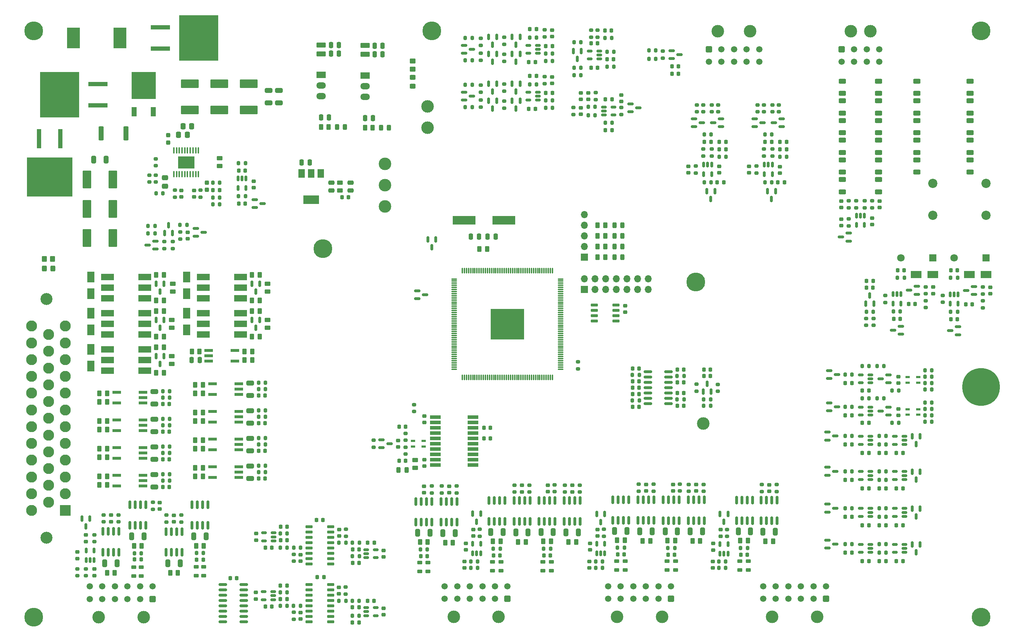
<source format=gts>
%TF.GenerationSoftware,KiCad,Pcbnew,8.0.4*%
%TF.CreationDate,2024-11-12T22:32:30+03:00*%
%TF.ProjectId,EVD80_ControlBoard,45564438-305f-4436-9f6e-74726f6c426f,rev?*%
%TF.SameCoordinates,Original*%
%TF.FileFunction,Soldermask,Top*%
%TF.FilePolarity,Negative*%
%FSLAX46Y46*%
G04 Gerber Fmt 4.6, Leading zero omitted, Abs format (unit mm)*
G04 Created by KiCad (PCBNEW 8.0.4) date 2024-11-12 22:32:30*
%MOMM*%
%LPD*%
G01*
G04 APERTURE LIST*
G04 Aperture macros list*
%AMRoundRect*
0 Rectangle with rounded corners*
0 $1 Rounding radius*
0 $2 $3 $4 $5 $6 $7 $8 $9 X,Y pos of 4 corners*
0 Add a 4 corners polygon primitive as box body*
4,1,4,$2,$3,$4,$5,$6,$7,$8,$9,$2,$3,0*
0 Add four circle primitives for the rounded corners*
1,1,$1+$1,$2,$3*
1,1,$1+$1,$4,$5*
1,1,$1+$1,$6,$7*
1,1,$1+$1,$8,$9*
0 Add four rect primitives between the rounded corners*
20,1,$1+$1,$2,$3,$4,$5,0*
20,1,$1+$1,$4,$5,$6,$7,0*
20,1,$1+$1,$6,$7,$8,$9,0*
20,1,$1+$1,$8,$9,$2,$3,0*%
G04 Aperture macros list end*
%ADD10R,1.800000X2.500000*%
%ADD11RoundRect,0.150000X0.587500X0.150000X-0.587500X0.150000X-0.587500X-0.150000X0.587500X-0.150000X0*%
%ADD12RoundRect,0.200000X-0.200000X-0.275000X0.200000X-0.275000X0.200000X0.275000X-0.200000X0.275000X0*%
%ADD13RoundRect,0.250000X0.450000X-0.262500X0.450000X0.262500X-0.450000X0.262500X-0.450000X-0.262500X0*%
%ADD14RoundRect,0.200000X-0.275000X0.200000X-0.275000X-0.200000X0.275000X-0.200000X0.275000X0.200000X0*%
%ADD15RoundRect,0.225000X0.250000X-0.225000X0.250000X0.225000X-0.250000X0.225000X-0.250000X-0.225000X0*%
%ADD16RoundRect,0.225000X-0.250000X0.225000X-0.250000X-0.225000X0.250000X-0.225000X0.250000X0.225000X0*%
%ADD17RoundRect,0.250000X-0.262500X-0.450000X0.262500X-0.450000X0.262500X0.450000X-0.262500X0.450000X0*%
%ADD18RoundRect,0.200000X0.275000X-0.200000X0.275000X0.200000X-0.275000X0.200000X-0.275000X-0.200000X0*%
%ADD19C,3.000000*%
%ADD20RoundRect,0.200000X0.200000X0.275000X-0.200000X0.275000X-0.200000X-0.275000X0.200000X-0.275000X0*%
%ADD21RoundRect,0.150000X-0.725000X-0.150000X0.725000X-0.150000X0.725000X0.150000X-0.725000X0.150000X0*%
%ADD22RoundRect,0.250000X0.650000X-0.325000X0.650000X0.325000X-0.650000X0.325000X-0.650000X-0.325000X0*%
%ADD23RoundRect,0.150000X-0.150000X0.587500X-0.150000X-0.587500X0.150000X-0.587500X0.150000X0.587500X0*%
%ADD24RoundRect,0.250000X-0.625000X0.312500X-0.625000X-0.312500X0.625000X-0.312500X0.625000X0.312500X0*%
%ADD25RoundRect,0.250001X0.499999X0.499999X-0.499999X0.499999X-0.499999X-0.499999X0.499999X-0.499999X0*%
%ADD26C,1.500000*%
%ADD27RoundRect,0.225000X-0.225000X-0.250000X0.225000X-0.250000X0.225000X0.250000X-0.225000X0.250000X0*%
%ADD28RoundRect,0.250000X0.262500X0.450000X-0.262500X0.450000X-0.262500X-0.450000X0.262500X-0.450000X0*%
%ADD29R,1.700000X1.700000*%
%ADD30O,1.700000X1.700000*%
%ADD31RoundRect,0.250000X0.325000X0.650000X-0.325000X0.650000X-0.325000X-0.650000X0.325000X-0.650000X0*%
%ADD32RoundRect,0.225000X0.225000X0.250000X-0.225000X0.250000X-0.225000X-0.250000X0.225000X-0.250000X0*%
%ADD33RoundRect,0.150000X-0.512500X-0.150000X0.512500X-0.150000X0.512500X0.150000X-0.512500X0.150000X0*%
%ADD34RoundRect,0.150000X-0.587500X-0.150000X0.587500X-0.150000X0.587500X0.150000X-0.587500X0.150000X0*%
%ADD35R,2.000000X0.640000*%
%ADD36RoundRect,0.250000X-1.875000X0.787500X-1.875000X-0.787500X1.875000X-0.787500X1.875000X0.787500X0*%
%ADD37C,0.900000*%
%ADD38C,9.000000*%
%ADD39RoundRect,0.150000X-0.150000X0.512500X-0.150000X-0.512500X0.150000X-0.512500X0.150000X0.512500X0*%
%ADD40C,2.200000*%
%ADD41R,1.800000X1.800000*%
%ADD42C,1.800000*%
%ADD43R,1.100000X4.600000*%
%ADD44R,10.800000X9.400000*%
%ADD45R,2.500000X1.800000*%
%ADD46RoundRect,0.250000X-0.450000X0.262500X-0.450000X-0.262500X0.450000X-0.262500X0.450000X0.262500X0*%
%ADD47R,2.300000X1.500000*%
%ADD48O,2.300000X1.500000*%
%ADD49R,4.600000X1.100000*%
%ADD50R,9.400000X10.800000*%
%ADD51R,1.000000X0.500000*%
%ADD52R,3.100000X5.000000*%
%ADD53RoundRect,0.150000X0.512500X0.150000X-0.512500X0.150000X-0.512500X-0.150000X0.512500X-0.150000X0*%
%ADD54RoundRect,0.150000X-0.150000X0.825000X-0.150000X-0.825000X0.150000X-0.825000X0.150000X0.825000X0*%
%ADD55RoundRect,0.250000X-0.325000X-0.450000X0.325000X-0.450000X0.325000X0.450000X-0.325000X0.450000X0*%
%ADD56RoundRect,0.250000X-0.250000X-0.475000X0.250000X-0.475000X0.250000X0.475000X-0.250000X0.475000X0*%
%ADD57RoundRect,0.237500X-0.237500X0.300000X-0.237500X-0.300000X0.237500X-0.300000X0.237500X0.300000X0*%
%ADD58O,0.299999X1.450000*%
%ADD59O,1.450000X0.299999*%
%ADD60C,0.499999*%
%ADD61R,8.069999X7.330000*%
%ADD62RoundRect,0.150000X0.150000X-0.587500X0.150000X0.587500X-0.150000X0.587500X-0.150000X-0.587500X0*%
%ADD63RoundRect,0.243750X0.243750X0.456250X-0.243750X0.456250X-0.243750X-0.456250X0.243750X-0.456250X0*%
%ADD64R,1.200000X2.200000*%
%ADD65R,5.800000X6.400000*%
%ADD66RoundRect,0.250000X-0.787500X-1.875000X0.787500X-1.875000X0.787500X1.875000X-0.787500X1.875000X0*%
%ADD67RoundRect,0.250000X-0.650000X0.325000X-0.650000X-0.325000X0.650000X-0.325000X0.650000X0.325000X0*%
%ADD68RoundRect,0.250000X-0.850000X0.375000X-0.850000X-0.375000X0.850000X-0.375000X0.850000X0.375000X0*%
%ADD69RoundRect,0.218750X0.381250X-0.218750X0.381250X0.218750X-0.381250X0.218750X-0.381250X-0.218750X0*%
%ADD70RoundRect,0.250000X-0.325000X-0.650000X0.325000X-0.650000X0.325000X0.650000X-0.325000X0.650000X0*%
%ADD71R,3.100000X1.600000*%
%ADD72C,4.500000*%
%ADD73RoundRect,0.150000X-0.825000X-0.150000X0.825000X-0.150000X0.825000X0.150000X-0.825000X0.150000X0*%
%ADD74RoundRect,0.237500X0.237500X-0.300000X0.237500X0.300000X-0.237500X0.300000X-0.237500X-0.300000X0*%
%ADD75RoundRect,0.150000X0.150000X-0.512500X0.150000X0.512500X-0.150000X0.512500X-0.150000X-0.512500X0*%
%ADD76RoundRect,0.250000X0.475000X-0.250000X0.475000X0.250000X-0.475000X0.250000X-0.475000X-0.250000X0*%
%ADD77RoundRect,0.250000X0.250000X0.475000X-0.250000X0.475000X-0.250000X-0.475000X0.250000X-0.475000X0*%
%ADD78RoundRect,0.250001X-0.499999X-0.499999X0.499999X-0.499999X0.499999X0.499999X-0.499999X0.499999X0*%
%ADD79R,1.500000X2.000000*%
%ADD80R,3.800000X2.000000*%
%ADD81RoundRect,0.243750X-0.243750X-0.456250X0.243750X-0.456250X0.243750X0.456250X-0.243750X0.456250X0*%
%ADD82RoundRect,0.250000X-0.362500X-1.425000X0.362500X-1.425000X0.362500X1.425000X-0.362500X1.425000X0*%
%ADD83RoundRect,0.250000X0.475000X-0.337500X0.475000X0.337500X-0.475000X0.337500X-0.475000X-0.337500X0*%
%ADD84RoundRect,0.250000X-0.350000X-0.450000X0.350000X-0.450000X0.350000X0.450000X-0.350000X0.450000X0*%
%ADD85RoundRect,0.250000X-0.337500X-0.475000X0.337500X-0.475000X0.337500X0.475000X-0.337500X0.475000X0*%
%ADD86RoundRect,0.250000X-0.450000X0.350000X-0.450000X-0.350000X0.450000X-0.350000X0.450000X0.350000X0*%
%ADD87R,5.500000X2.000000*%
%ADD88RoundRect,0.250000X0.450000X-0.325000X0.450000X0.325000X-0.450000X0.325000X-0.450000X-0.325000X0*%
%ADD89RoundRect,0.218750X-0.218750X-0.256250X0.218750X-0.256250X0.218750X0.256250X-0.218750X0.256250X0*%
%ADD90R,2.500000X0.900000*%
%ADD91RoundRect,0.100000X0.100000X-0.637500X0.100000X0.637500X-0.100000X0.637500X-0.100000X-0.637500X0*%
%ADD92R,4.000000X2.850000*%
%ADD93C,2.850000*%
%ADD94R,2.625000X2.625000*%
%ADD95C,2.625000*%
G04 APERTURE END LIST*
D10*
%TO.C,D37*%
X118618000Y-152432000D03*
X118618000Y-156432000D03*
%TD*%
D11*
%TO.C,U12*%
X134033500Y-137094000D03*
X134033500Y-135194000D03*
X132158500Y-136144000D03*
%TD*%
D12*
%TO.C,R295*%
X317625000Y-167562000D03*
X319275000Y-167562000D03*
%TD*%
D13*
%TO.C,R183*%
X137922000Y-164488500D03*
X137922000Y-162663500D03*
%TD*%
D14*
%TO.C,R279*%
X140220000Y-200595000D03*
X140220000Y-202245000D03*
%TD*%
D15*
%TO.C,C87*%
X283064000Y-118990500D03*
X283064000Y-117440500D03*
%TD*%
D16*
%TO.C,C128*%
X207794000Y-211681000D03*
X207794000Y-213231000D03*
%TD*%
D17*
%TO.C,R146*%
X143537500Y-189360000D03*
X145362500Y-189360000D03*
%TD*%
D18*
%TO.C,R79*%
X217278000Y-99377000D03*
X217278000Y-97727000D03*
%TD*%
D19*
%TO.C,TP1*%
X188820000Y-121876000D03*
%TD*%
D20*
%TO.C,R197*%
X304289000Y-172712000D03*
X302639000Y-172712000D03*
%TD*%
D16*
%TO.C,C227*%
X119458000Y-213497000D03*
X119458000Y-215047000D03*
%TD*%
D21*
%TO.C,U6*%
X170667000Y-217163000D03*
X170667000Y-218433000D03*
X170667000Y-219703000D03*
X170667000Y-220973000D03*
X170667000Y-222243000D03*
X170667000Y-223513000D03*
X170667000Y-224783000D03*
X170667000Y-226053000D03*
X175817000Y-226053000D03*
X175817000Y-224783000D03*
X175817000Y-223513000D03*
X175817000Y-222243000D03*
X175817000Y-220973000D03*
X175817000Y-219703000D03*
X175817000Y-218433000D03*
X175817000Y-217163000D03*
%TD*%
D22*
%TO.C,C175*%
X133782000Y-193883000D03*
X133782000Y-190933000D03*
%TD*%
D23*
%TO.C,D30*%
X316479000Y-199022500D03*
X314579000Y-199022500D03*
X315529000Y-200897500D03*
%TD*%
D18*
%TO.C,R299*%
X277730000Y-104330000D03*
X277730000Y-102680000D03*
%TD*%
D16*
%TO.C,C134*%
X239518000Y-204033000D03*
X239518000Y-205583000D03*
%TD*%
D14*
%TO.C,R24*%
X138633000Y-123058000D03*
X138633000Y-124708000D03*
%TD*%
D18*
%TO.C,R80*%
X217278000Y-88201000D03*
X217278000Y-86551000D03*
%TD*%
D14*
%TO.C,R48*%
X281286000Y-113221000D03*
X281286000Y-114871000D03*
%TD*%
D16*
%TO.C,C95*%
X235566000Y-103365000D03*
X235566000Y-104915000D03*
%TD*%
%TO.C,C129*%
X266994000Y-211667500D03*
X266994000Y-213217500D03*
%TD*%
D24*
%TO.C,R113*%
X297942000Y-101722500D03*
X297942000Y-104647500D03*
%TD*%
D18*
%TO.C,R289*%
X281286000Y-104330000D03*
X281286000Y-102680000D03*
%TD*%
D19*
%TO.C,J9*%
X131182000Y-224943000D03*
X120482000Y-224943000D03*
D25*
X133342000Y-220623000D03*
D26*
X130342000Y-220623000D03*
X127342000Y-220623000D03*
X124342000Y-220623000D03*
X121342000Y-220623000D03*
X118342000Y-220623000D03*
X133342000Y-217623000D03*
X130342000Y-217623000D03*
X127342000Y-217623000D03*
X124342000Y-217623000D03*
X121342000Y-217623000D03*
X118342000Y-217623000D03*
%TD*%
D17*
%TO.C,R169*%
X120677500Y-193424000D03*
X122502500Y-193424000D03*
%TD*%
D14*
%TO.C,R264*%
X202302000Y-193659000D03*
X202302000Y-195309000D03*
%TD*%
D24*
%TO.C,R220*%
X315722000Y-101722500D03*
X315722000Y-104647500D03*
%TD*%
D27*
%TO.C,C106*%
X237993000Y-93804500D03*
X239543000Y-93804500D03*
%TD*%
D12*
%TO.C,R33*%
X132271000Y-131572000D03*
X133921000Y-131572000D03*
%TD*%
D17*
%TO.C,R155*%
X143537500Y-178184000D03*
X145362500Y-178184000D03*
%TD*%
D28*
%TO.C,R180*%
X158900500Y-157988000D03*
X157075500Y-157988000D03*
%TD*%
D16*
%TO.C,C92*%
X237344000Y-99809000D03*
X237344000Y-101359000D03*
%TD*%
D15*
%TO.C,C209*%
X198188000Y-188935000D03*
X198188000Y-187385000D03*
%TD*%
D28*
%TO.C,R305*%
X275392500Y-206680500D03*
X273567500Y-206680500D03*
%TD*%
%TO.C,R186*%
X136040500Y-160528000D03*
X134215500Y-160528000D03*
%TD*%
D11*
%TO.C,D15*%
X283493500Y-107884000D03*
X283493500Y-105984000D03*
X281618500Y-106934000D03*
%TD*%
D15*
%TO.C,C200*%
X158017000Y-220618000D03*
X158017000Y-219068000D03*
%TD*%
D28*
%TO.C,R190*%
X136040500Y-157988000D03*
X134215500Y-157988000D03*
%TD*%
D14*
%TO.C,R281*%
X125185000Y-200576000D03*
X125185000Y-202226000D03*
%TD*%
D16*
%TO.C,C228*%
X115394000Y-209433000D03*
X115394000Y-210983000D03*
%TD*%
D29*
%TO.C,J1*%
X236375000Y-146775000D03*
D30*
X236375000Y-144235000D03*
X238915000Y-146775000D03*
X238915000Y-144235000D03*
X241455000Y-146775000D03*
X241455000Y-144235000D03*
X243995000Y-146775000D03*
X243995000Y-144235000D03*
X246535000Y-146775000D03*
X246535000Y-144235000D03*
X249075000Y-146775000D03*
X249075000Y-144235000D03*
X251615000Y-146775000D03*
X251615000Y-144235000D03*
%TD*%
D20*
%TO.C,R254*%
X182667000Y-210408000D03*
X181017000Y-210408000D03*
%TD*%
D28*
%TO.C,R89*%
X252119500Y-206784000D03*
X250294500Y-206784000D03*
%TD*%
D31*
%TO.C,C127*%
X131312000Y-205688000D03*
X128362000Y-205688000D03*
%TD*%
D19*
%TO.C,TP3*%
X188820000Y-126956000D03*
%TD*%
D32*
%TO.C,C89*%
X242945000Y-108712000D03*
X241395000Y-108712000D03*
%TD*%
D20*
%TO.C,R1*%
X266509000Y-174549000D03*
X264859000Y-174549000D03*
%TD*%
D24*
%TO.C,R210*%
X328422000Y-101722500D03*
X328422000Y-104647500D03*
%TD*%
D15*
%TO.C,C212*%
X191965000Y-184350000D03*
X191965000Y-182800000D03*
%TD*%
D14*
%TO.C,R7*%
X205858000Y-193659000D03*
X205858000Y-195309000D03*
%TD*%
D18*
%TO.C,R259*%
X234874000Y-165674000D03*
X234874000Y-164024000D03*
%TD*%
%TO.C,R274*%
X199985000Y-195309000D03*
X199985000Y-193659000D03*
%TD*%
D12*
%TO.C,R171*%
X135751000Y-192408000D03*
X137401000Y-192408000D03*
%TD*%
D23*
%TO.C,D27*%
X316479000Y-190222500D03*
X314579000Y-190222500D03*
X315529000Y-192097500D03*
%TD*%
%TO.C,D31*%
X316479000Y-207622500D03*
X314579000Y-207622500D03*
X315529000Y-209497500D03*
%TD*%
D14*
%TO.C,R28*%
X132535000Y-119442000D03*
X132535000Y-121092000D03*
%TD*%
D33*
%TO.C,U70*%
X184304500Y-208858000D03*
X184304500Y-209808000D03*
X184304500Y-210758000D03*
X186579500Y-210758000D03*
X186579500Y-208858000D03*
%TD*%
D23*
%TO.C,D21*%
X270630000Y-200343000D03*
X268730000Y-200343000D03*
X269680000Y-202218000D03*
%TD*%
D14*
%TO.C,R203*%
X331470000Y-149477000D03*
X331470000Y-151127000D03*
%TD*%
D34*
%TO.C,D8*%
X143639500Y-132149000D03*
X143639500Y-134049000D03*
X145514500Y-133099000D03*
%TD*%
D24*
%TO.C,R207*%
X328422000Y-115819500D03*
X328422000Y-118744500D03*
%TD*%
D31*
%TO.C,C117*%
X264555000Y-204506500D03*
X261605000Y-204506500D03*
%TD*%
D12*
%TO.C,R212*%
X323787000Y-143952000D03*
X325437000Y-143952000D03*
%TD*%
D28*
%TO.C,R178*%
X157122500Y-163576000D03*
X155297500Y-163576000D03*
%TD*%
D16*
%TO.C,C79*%
X141732000Y-133083000D03*
X141732000Y-134633000D03*
%TD*%
D32*
%TO.C,C206*%
X213949000Y-182305000D03*
X212399000Y-182305000D03*
%TD*%
D19*
%TO.C,TP5*%
X198980000Y-103080000D03*
%TD*%
D13*
%TO.C,R4*%
X178054000Y-123086500D03*
X178054000Y-121261500D03*
%TD*%
D35*
%TO.C,U42*%
X124790000Y-171326000D03*
X124790000Y-173866000D03*
X131090000Y-173866000D03*
X131090000Y-172596000D03*
X131090000Y-171326000D03*
%TD*%
D20*
%TO.C,R304*%
X209594000Y-86741000D03*
X207944000Y-86741000D03*
%TD*%
D23*
%TO.C,D52*%
X200942000Y-134808000D03*
X199042000Y-134808000D03*
X199992000Y-136683000D03*
%TD*%
D12*
%TO.C,R2*%
X264859000Y-173025000D03*
X266509000Y-173025000D03*
%TD*%
D36*
%TO.C,C196*%
X156250000Y-97637500D03*
X156250000Y-103862500D03*
%TD*%
D12*
%TO.C,R107*%
X180992000Y-221043000D03*
X182642000Y-221043000D03*
%TD*%
D20*
%TO.C,R54*%
X270173000Y-115062000D03*
X268523000Y-115062000D03*
%TD*%
D27*
%TO.C,C150*%
X302689000Y-185808000D03*
X304239000Y-185808000D03*
%TD*%
D12*
%TO.C,R204*%
X323787000Y-152080000D03*
X325437000Y-152080000D03*
%TD*%
D27*
%TO.C,C13*%
X258559000Y-171450000D03*
X260109000Y-171450000D03*
%TD*%
D15*
%TO.C,C179*%
X311338000Y-169099000D03*
X311338000Y-167549000D03*
%TD*%
D18*
%TO.C,R302*%
X264776000Y-104330000D03*
X264776000Y-102680000D03*
%TD*%
D37*
%TO.C,H5*%
X327625000Y-170000000D03*
X328613515Y-167613515D03*
X328613515Y-172386485D03*
X331000000Y-166625000D03*
D38*
X331000000Y-170000000D03*
D37*
X331000000Y-173375000D03*
X333386485Y-167613515D03*
X333386485Y-172386485D03*
X334375000Y-170000000D03*
%TD*%
D18*
%TO.C,R243*%
X193743000Y-186051000D03*
X193743000Y-184401000D03*
%TD*%
D14*
%TO.C,R267*%
X223258000Y-193459000D03*
X223258000Y-195109000D03*
%TD*%
D28*
%TO.C,R85*%
X204992500Y-207184000D03*
X203167500Y-207184000D03*
%TD*%
%TO.C,R90*%
X281392500Y-206846500D03*
X279567500Y-206846500D03*
%TD*%
D15*
%TO.C,C60*%
X246126000Y-152159000D03*
X246126000Y-150609000D03*
%TD*%
D20*
%TO.C,R138*%
X308353000Y-207544000D03*
X306703000Y-207544000D03*
%TD*%
D12*
%TO.C,R133*%
X306703000Y-192176000D03*
X308353000Y-192176000D03*
%TD*%
D16*
%TO.C,C199*%
X188417000Y-222868000D03*
X188417000Y-224418000D03*
%TD*%
D39*
%TO.C,U10*%
X155636000Y-120274500D03*
X154686000Y-120274500D03*
X153736000Y-120274500D03*
X153736000Y-122549500D03*
X155636000Y-122549500D03*
%TD*%
D27*
%TO.C,C155*%
X310817000Y-211608000D03*
X312367000Y-211608000D03*
%TD*%
D17*
%TO.C,R182*%
X142724500Y-161544000D03*
X144549500Y-161544000D03*
%TD*%
D40*
%TO.C,K2*%
X319479500Y-129027500D03*
X319479500Y-121407500D03*
D41*
X319479500Y-139187500D03*
D42*
X311859500Y-139187500D03*
%TD*%
D27*
%TO.C,C102*%
X241295000Y-84914500D03*
X242845000Y-84914500D03*
%TD*%
D15*
%TO.C,C107*%
X228708000Y-97549000D03*
X228708000Y-95999000D03*
%TD*%
D32*
%TO.C,C254*%
X257893000Y-210045500D03*
X256343000Y-210045500D03*
%TD*%
D28*
%TO.C,R91*%
X198992500Y-207008000D03*
X197167500Y-207008000D03*
%TD*%
D43*
%TO.C,Q1*%
X111290000Y-110725000D03*
D44*
X108750000Y-119875000D03*
D43*
X106210000Y-110725000D03*
%TD*%
D45*
%TO.C,D44*%
X332200000Y-143190000D03*
X328200000Y-143190000D03*
%TD*%
D18*
%TO.C,R93*%
X167017000Y-225468000D03*
X167017000Y-223818000D03*
%TD*%
D32*
%TO.C,C219*%
X182617000Y-208808000D03*
X181067000Y-208808000D03*
%TD*%
D23*
%TO.C,Q15*%
X136078000Y-162638500D03*
X134178000Y-162638500D03*
X135128000Y-164513500D03*
%TD*%
D46*
%TO.C,R284*%
X196029000Y-187488500D03*
X196029000Y-189313500D03*
%TD*%
D47*
%TO.C,U2*%
X173542500Y-95553000D03*
D48*
X173542500Y-98093000D03*
X173542500Y-100633000D03*
%TD*%
D14*
%TO.C,R50*%
X266808000Y-113221000D03*
X266808000Y-114871000D03*
%TD*%
D18*
%TO.C,R292*%
X268332000Y-104330000D03*
X268332000Y-102680000D03*
%TD*%
D14*
%TO.C,R278*%
X133442000Y-197583000D03*
X133442000Y-199233000D03*
%TD*%
D18*
%TO.C,R258*%
X119458000Y-206969000D03*
X119458000Y-205319000D03*
%TD*%
D49*
%TO.C,D9*%
X135225000Y-84160000D03*
D50*
X144375000Y-86700000D03*
D49*
X135225000Y-89240000D03*
%TD*%
D14*
%TO.C,R124*%
X303276000Y-125601000D03*
X303276000Y-127251000D03*
%TD*%
D17*
%TO.C,R145*%
X120677500Y-186820000D03*
X122502500Y-186820000D03*
%TD*%
D16*
%TO.C,C135*%
X267140000Y-207397500D03*
X267140000Y-208947500D03*
%TD*%
D12*
%TO.C,R239*%
X226655000Y-208618000D03*
X228305000Y-208618000D03*
%TD*%
D15*
%TO.C,C124*%
X168617000Y-225418000D03*
X168617000Y-223868000D03*
%TD*%
D32*
%TO.C,C207*%
X213949000Y-179765000D03*
X212399000Y-179765000D03*
%TD*%
%TO.C,C252*%
X275255000Y-210080500D03*
X273705000Y-210080500D03*
%TD*%
D12*
%TO.C,R276*%
X143817000Y-209683000D03*
X145467000Y-209683000D03*
%TD*%
D31*
%TO.C,C116*%
X234955000Y-204698000D03*
X232005000Y-204698000D03*
%TD*%
D28*
%TO.C,R179*%
X157122500Y-161544000D03*
X155297500Y-161544000D03*
%TD*%
D12*
%TO.C,R275*%
X129017000Y-209712500D03*
X130667000Y-209712500D03*
%TD*%
%TO.C,R46*%
X237281000Y-103124000D03*
X238931000Y-103124000D03*
%TD*%
%TO.C,R101*%
X268455000Y-211680500D03*
X270105000Y-211680500D03*
%TD*%
D14*
%TO.C,R69*%
X226930000Y-95949000D03*
X226930000Y-97599000D03*
%TD*%
D27*
%TO.C,C220*%
X163867000Y-206608000D03*
X165417000Y-206608000D03*
%TD*%
D51*
%TO.C,L12*%
X198061000Y-184224999D03*
X198061000Y-182925001D03*
X195521000Y-182925001D03*
X195521000Y-184224999D03*
%TD*%
D24*
%TO.C,R120*%
X306578000Y-120518500D03*
X306578000Y-123443500D03*
%TD*%
D23*
%TO.C,Q8*%
X221022000Y-86438500D03*
X219122000Y-86438500D03*
X220072000Y-88313500D03*
%TD*%
D14*
%TO.C,R123*%
X299466000Y-125601000D03*
X299466000Y-127251000D03*
%TD*%
D52*
%TO.C,L7*%
X114450000Y-86700000D03*
X125550000Y-86700000D03*
%TD*%
D32*
%TO.C,C234*%
X216255000Y-210218000D03*
X214705000Y-210218000D03*
%TD*%
D27*
%TO.C,C161*%
X298625000Y-209576000D03*
X300175000Y-209576000D03*
%TD*%
D20*
%TO.C,R75*%
X224961000Y-97790000D03*
X223311000Y-97790000D03*
%TD*%
D46*
%TO.C,TH1*%
X149352000Y-115419500D03*
X149352000Y-117244500D03*
%TD*%
D20*
%TO.C,R303*%
X209594000Y-92075000D03*
X207944000Y-92075000D03*
%TD*%
D39*
%TO.C,U59*%
X325562000Y-147894500D03*
X324612000Y-147894500D03*
X323662000Y-147894500D03*
X323662000Y-150169500D03*
X325562000Y-150169500D03*
%TD*%
D51*
%TO.C,L10*%
X316037000Y-176663999D03*
X316037000Y-175364001D03*
X313497000Y-175364001D03*
X313497000Y-176663999D03*
%TD*%
D53*
%TO.C,U71*%
X162179500Y-206758000D03*
X162179500Y-205808000D03*
X162179500Y-204858000D03*
X159904500Y-204858000D03*
X159904500Y-206758000D03*
%TD*%
D32*
%TO.C,C230*%
X198855000Y-210408000D03*
X197305000Y-210408000D03*
%TD*%
D14*
%TO.C,R266*%
X261302000Y-193267500D03*
X261302000Y-194917500D03*
%TD*%
D16*
%TO.C,C83*%
X245218000Y-100317000D03*
X245218000Y-101867000D03*
%TD*%
D54*
%TO.C,U73*%
X229385000Y-197143000D03*
X228115000Y-197143000D03*
X226845000Y-197143000D03*
X225575000Y-197143000D03*
X225575000Y-202093000D03*
X226845000Y-202093000D03*
X228115000Y-202093000D03*
X229385000Y-202093000D03*
%TD*%
D20*
%TO.C,R195*%
X307845000Y-172712000D03*
X306195000Y-172712000D03*
%TD*%
D55*
%TO.C,D4*%
X107475000Y-141750000D03*
X109525000Y-141750000D03*
%TD*%
D28*
%TO.C,R260*%
X228392500Y-206818000D03*
X226567500Y-206818000D03*
%TD*%
D14*
%TO.C,R248*%
X179442000Y-203983000D03*
X179442000Y-205633000D03*
%TD*%
D20*
%TO.C,R57*%
X266617000Y-109728000D03*
X264967000Y-109728000D03*
%TD*%
D12*
%TO.C,R285*%
X317625000Y-170610000D03*
X319275000Y-170610000D03*
%TD*%
D23*
%TO.C,D12*%
X267504000Y-123268500D03*
X265604000Y-123268500D03*
X266554000Y-125143500D03*
%TD*%
D18*
%TO.C,R205*%
X331470000Y-147825000D03*
X331470000Y-146175000D03*
%TD*%
D14*
%TO.C,R70*%
X226930000Y-84773000D03*
X226930000Y-86423000D03*
%TD*%
D56*
%TO.C,C61*%
X213300000Y-134106000D03*
X215200000Y-134106000D03*
%TD*%
D17*
%TO.C,R157*%
X143537500Y-184788000D03*
X145362500Y-184788000D03*
%TD*%
%TO.C,R142*%
X120677500Y-171580000D03*
X122502500Y-171580000D03*
%TD*%
D45*
%TO.C,D46*%
X319500000Y-143190000D03*
X315500000Y-143190000D03*
%TD*%
D12*
%TO.C,R151*%
X135751000Y-171072000D03*
X137401000Y-171072000D03*
%TD*%
%TO.C,R161*%
X158611000Y-183772000D03*
X160261000Y-183772000D03*
%TD*%
D22*
%TO.C,C164*%
X156642000Y-191851000D03*
X156642000Y-188901000D03*
%TD*%
D20*
%TO.C,R71*%
X228771000Y-103378000D03*
X227121000Y-103378000D03*
%TD*%
D32*
%TO.C,C226*%
X165417000Y-203408000D03*
X163867000Y-203408000D03*
%TD*%
D17*
%TO.C,R159*%
X143537500Y-171580000D03*
X145362500Y-171580000D03*
%TD*%
D32*
%TO.C,C253*%
X228255000Y-210218000D03*
X226705000Y-210218000D03*
%TD*%
D57*
%TO.C,C73*%
X146253000Y-121242500D03*
X146253000Y-122967500D03*
%TD*%
D14*
%TO.C,R272*%
X278702000Y-193321500D03*
X278702000Y-194971500D03*
%TD*%
D12*
%TO.C,R43*%
X241345000Y-106934000D03*
X242995000Y-106934000D03*
%TD*%
D20*
%TO.C,R253*%
X165467000Y-208408000D03*
X163817000Y-208408000D03*
%TD*%
D58*
%TO.C,U7*%
X207249999Y-167725001D03*
X207749998Y-167725001D03*
X208249999Y-167725001D03*
X208749998Y-167725001D03*
X209250000Y-167725001D03*
X209749999Y-167725001D03*
X210249998Y-167725001D03*
X210749999Y-167725001D03*
X211249998Y-167725001D03*
X211750000Y-167725001D03*
X212249999Y-167725001D03*
X212749998Y-167725001D03*
X213249999Y-167725001D03*
X213749998Y-167725001D03*
X214250000Y-167725001D03*
X214749999Y-167725001D03*
X215249998Y-167725001D03*
X215749999Y-167725001D03*
X216249998Y-167725001D03*
X216750000Y-167725001D03*
X217249999Y-167725001D03*
X217749998Y-167725001D03*
X218250000Y-167725001D03*
X218749998Y-167725001D03*
X219250000Y-167725001D03*
X219749999Y-167725001D03*
X220249998Y-167725001D03*
X220750000Y-167725001D03*
X221249999Y-167725001D03*
X221749998Y-167725001D03*
X222249999Y-167725001D03*
X222749998Y-167725001D03*
X223250000Y-167725001D03*
X223749999Y-167725001D03*
X224249998Y-167725001D03*
X224749999Y-167725001D03*
X225249998Y-167725001D03*
X225750000Y-167725001D03*
X226249999Y-167725001D03*
X226749998Y-167725001D03*
X227249999Y-167725001D03*
X227749998Y-167725001D03*
X228250000Y-167725001D03*
X228749999Y-167725001D03*
D59*
X230724999Y-165750001D03*
X230724999Y-165250002D03*
X230724999Y-164750001D03*
X230724999Y-164250002D03*
X230724999Y-163750000D03*
X230724999Y-163250001D03*
X230724999Y-162750002D03*
X230724999Y-162250001D03*
X230724999Y-161750002D03*
X230724999Y-161250000D03*
X230724999Y-160750001D03*
X230724999Y-160250002D03*
X230724999Y-159750001D03*
X230724999Y-159250002D03*
X230724999Y-158750000D03*
X230724999Y-158250001D03*
X230724999Y-157750002D03*
X230724999Y-157250001D03*
X230724999Y-156750002D03*
X230724999Y-156250000D03*
X230724999Y-155750001D03*
X230724999Y-155250002D03*
X230724999Y-154750000D03*
X230724999Y-154250002D03*
X230724999Y-153750000D03*
X230724999Y-153250001D03*
X230724999Y-152750002D03*
X230724999Y-152250000D03*
X230724999Y-151750001D03*
X230724999Y-151250002D03*
X230724999Y-150750001D03*
X230724999Y-150250002D03*
X230724999Y-149750000D03*
X230724999Y-149250001D03*
X230724999Y-148750002D03*
X230724999Y-148250001D03*
X230724999Y-147750002D03*
X230724999Y-147250000D03*
X230724999Y-146750001D03*
X230724999Y-146250002D03*
X230724999Y-145750001D03*
X230724999Y-145250002D03*
X230724999Y-144750000D03*
X230724999Y-144250001D03*
D58*
X228749999Y-142275001D03*
X228250000Y-142275001D03*
X227749998Y-142275001D03*
X227249999Y-142275001D03*
X226749998Y-142275001D03*
X226249999Y-142275001D03*
X225750000Y-142275001D03*
X225249998Y-142275001D03*
X224749999Y-142275001D03*
X224249998Y-142275001D03*
X223749999Y-142275001D03*
X223250000Y-142275001D03*
X222749998Y-142275001D03*
X222249999Y-142275001D03*
X221749998Y-142275001D03*
X221249999Y-142275001D03*
X220750000Y-142275001D03*
X220249998Y-142275001D03*
X219749999Y-142275001D03*
X219250000Y-142275001D03*
X218749998Y-142275001D03*
X218250000Y-142275001D03*
X217749998Y-142275001D03*
X217249999Y-142275001D03*
X216750000Y-142275001D03*
X216249998Y-142275001D03*
X215749999Y-142275001D03*
X215249998Y-142275001D03*
X214749999Y-142275001D03*
X214250000Y-142275001D03*
X213749998Y-142275001D03*
X213249999Y-142275001D03*
X212749998Y-142275001D03*
X212249999Y-142275001D03*
X211750000Y-142275001D03*
X211249998Y-142275001D03*
X210749999Y-142275001D03*
X210249998Y-142275001D03*
X209749999Y-142275001D03*
X209250000Y-142275001D03*
X208749998Y-142275001D03*
X208249999Y-142275001D03*
X207749998Y-142275001D03*
X207249999Y-142275001D03*
D59*
X205274999Y-144250001D03*
X205274999Y-144750000D03*
X205274999Y-145250002D03*
X205274999Y-145750001D03*
X205274999Y-146250002D03*
X205274999Y-146750001D03*
X205274999Y-147250000D03*
X205274999Y-147750002D03*
X205274999Y-148250001D03*
X205274999Y-148750002D03*
X205274999Y-149250001D03*
X205274999Y-149750000D03*
X205274999Y-150250002D03*
X205274999Y-150750001D03*
X205274999Y-151250002D03*
X205274999Y-151750001D03*
X205274999Y-152250000D03*
X205274999Y-152750002D03*
X205274999Y-153250001D03*
X205274999Y-153750000D03*
X205274999Y-154250002D03*
X205274999Y-154750000D03*
X205274999Y-155250002D03*
X205274999Y-155750001D03*
X205274999Y-156250000D03*
X205274999Y-156750002D03*
X205274999Y-157250001D03*
X205274999Y-157750002D03*
X205274999Y-158250001D03*
X205274999Y-158750000D03*
X205274999Y-159250002D03*
X205274999Y-159750001D03*
X205274999Y-160250002D03*
X205274999Y-160750001D03*
X205274999Y-161250000D03*
X205274999Y-161750002D03*
X205274999Y-162250001D03*
X205274999Y-162750002D03*
X205274999Y-163250001D03*
X205274999Y-163750000D03*
X205274999Y-164250002D03*
X205274999Y-164750001D03*
X205274999Y-165250002D03*
X205274999Y-165750001D03*
D60*
X214699999Y-158300001D03*
X215799999Y-158300001D03*
X216900000Y-158300001D03*
X218000000Y-158300001D03*
X219099998Y-158300001D03*
X220199998Y-158300001D03*
X221299998Y-158300001D03*
X214699999Y-157200001D03*
X215799999Y-157200001D03*
X216900000Y-157200001D03*
X218000000Y-157200001D03*
X219099998Y-157200001D03*
X220199998Y-157200001D03*
X221299998Y-157200001D03*
X214699999Y-156100000D03*
X215799999Y-156100000D03*
X216900000Y-156100000D03*
X218000000Y-156100000D03*
X219099998Y-156100000D03*
X220199998Y-156100000D03*
X221299998Y-156100000D03*
X214699999Y-155000000D03*
X215799999Y-155000000D03*
X216900000Y-155000000D03*
X218000000Y-155000000D03*
D61*
X218000000Y-155000000D03*
D60*
X219099998Y-155000000D03*
X220199998Y-155000000D03*
X221299998Y-155000000D03*
X214699999Y-153900002D03*
X215799999Y-153900002D03*
X216900000Y-153900002D03*
X218000000Y-153900002D03*
X219099998Y-153900002D03*
X220199998Y-153900002D03*
X221299998Y-153900002D03*
X214699999Y-152800002D03*
X215799999Y-152800002D03*
X216900000Y-152800002D03*
X218000000Y-152800002D03*
X219099998Y-152800002D03*
X220199998Y-152800002D03*
X221299998Y-152800002D03*
X214699999Y-151700002D03*
X215799999Y-151700002D03*
X216900000Y-151700002D03*
X218000000Y-151700002D03*
X219099998Y-151700002D03*
X220199998Y-151700002D03*
X221299998Y-151700002D03*
%TD*%
D14*
%TO.C,R261*%
X235258000Y-193459000D03*
X235258000Y-195109000D03*
%TD*%
D18*
%TO.C,R40*%
X245218000Y-104965000D03*
X245218000Y-103315000D03*
%TD*%
D14*
%TO.C,R64*%
X239530000Y-84851500D03*
X239530000Y-86501500D03*
%TD*%
D12*
%TO.C,R137*%
X306703000Y-200976000D03*
X308353000Y-200976000D03*
%TD*%
D33*
%TO.C,U28*%
X184279500Y-222693000D03*
X184279500Y-223643000D03*
X184279500Y-224593000D03*
X186554500Y-224593000D03*
X186554500Y-222693000D03*
%TD*%
D23*
%TO.C,Q6*%
X221022000Y-90502500D03*
X219122000Y-90502500D03*
X220072000Y-92377500D03*
%TD*%
D14*
%TO.C,R49*%
X279254000Y-113221000D03*
X279254000Y-114871000D03*
%TD*%
D62*
%TO.C,Q2*%
X136210000Y-133271500D03*
X138110000Y-133271500D03*
X137160000Y-131396500D03*
%TD*%
D20*
%TO.C,R128*%
X260159000Y-167386000D03*
X258509000Y-167386000D03*
%TD*%
%TO.C,R53*%
X284651000Y-115062000D03*
X283001000Y-115062000D03*
%TD*%
D31*
%TO.C,C115*%
X205555000Y-204898000D03*
X202605000Y-204898000D03*
%TD*%
D23*
%TO.C,D22*%
X241230000Y-200376500D03*
X239330000Y-200376500D03*
X240280000Y-202251500D03*
%TD*%
D17*
%TO.C,R147*%
X143537500Y-191392000D03*
X145362500Y-191392000D03*
%TD*%
D11*
%TO.C,Q19*%
X315694500Y-147892000D03*
X315694500Y-145992000D03*
X313819500Y-146942000D03*
%TD*%
D20*
%TO.C,R227*%
X182642000Y-224643000D03*
X180992000Y-224643000D03*
%TD*%
D63*
%TO.C,D50*%
X245463500Y-131448000D03*
X243588500Y-131448000D03*
%TD*%
D12*
%TO.C,R95*%
X177792000Y-221043000D03*
X179442000Y-221043000D03*
%TD*%
D64*
%TO.C,Q3*%
X128920000Y-104350000D03*
D65*
X131200000Y-98050000D03*
D64*
X133480000Y-104350000D03*
%TD*%
D22*
%TO.C,C174*%
X133782000Y-180675000D03*
X133782000Y-177725000D03*
%TD*%
D27*
%TO.C,C105*%
X257270000Y-95250000D03*
X258820000Y-95250000D03*
%TD*%
%TO.C,C217*%
X172467000Y-201808000D03*
X174017000Y-201808000D03*
%TD*%
D66*
%TO.C,C65*%
X117637500Y-127500000D03*
X123862500Y-127500000D03*
%TD*%
D13*
%TO.C,R174*%
X160782000Y-155852500D03*
X160782000Y-154027500D03*
%TD*%
D27*
%TO.C,C152*%
X298625000Y-183776000D03*
X300175000Y-183776000D03*
%TD*%
D14*
%TO.C,R206*%
X321869000Y-148149000D03*
X321869000Y-149799000D03*
%TD*%
D18*
%TO.C,R242*%
X259118000Y-194870500D03*
X259118000Y-193220500D03*
%TD*%
D20*
%TO.C,R199*%
X300225000Y-174744000D03*
X298575000Y-174744000D03*
%TD*%
D23*
%TO.C,Q14*%
X158938000Y-145366500D03*
X157038000Y-145366500D03*
X157988000Y-147241500D03*
%TD*%
D34*
%TO.C,D28*%
X294398500Y-180794000D03*
X294398500Y-182694000D03*
X296273500Y-181744000D03*
%TD*%
D12*
%TO.C,R58*%
X251759000Y-91694000D03*
X253409000Y-91694000D03*
%TD*%
D34*
%TO.C,D6*%
X157736500Y-125291000D03*
X157736500Y-127191000D03*
X159611500Y-126241000D03*
%TD*%
D12*
%TO.C,R9*%
X247841000Y-167132000D03*
X249491000Y-167132000D03*
%TD*%
D32*
%TO.C,C94*%
X270123000Y-113284000D03*
X268573000Y-113284000D03*
%TD*%
D39*
%TO.C,U15*%
X266742000Y-116972500D03*
X265792000Y-116972500D03*
X264842000Y-116972500D03*
X264842000Y-119247500D03*
X266742000Y-119247500D03*
%TD*%
D14*
%TO.C,R269*%
X282258000Y-193321500D03*
X282258000Y-194971500D03*
%TD*%
D54*
%TO.C,U22*%
X264985000Y-196951500D03*
X263715000Y-196951500D03*
X262445000Y-196951500D03*
X261175000Y-196951500D03*
X261175000Y-201901500D03*
X262445000Y-201901500D03*
X263715000Y-201901500D03*
X264985000Y-201901500D03*
%TD*%
D24*
%TO.C,R209*%
X328422000Y-106421500D03*
X328422000Y-109346500D03*
%TD*%
D67*
%TO.C,C81*%
X161000000Y-99275000D03*
X161000000Y-102225000D03*
%TD*%
D20*
%TO.C,R66*%
X235529000Y-95582500D03*
X233879000Y-95582500D03*
%TD*%
D14*
%TO.C,R216*%
X308204000Y-148218000D03*
X308204000Y-149868000D03*
%TD*%
D27*
%TO.C,C185*%
X323837000Y-153858000D03*
X325387000Y-153858000D03*
%TD*%
D14*
%TO.C,R45*%
X262998000Y-117285000D03*
X262998000Y-118935000D03*
%TD*%
D32*
%TO.C,C99*%
X284601000Y-111506000D03*
X283051000Y-111506000D03*
%TD*%
D53*
%TO.C,U40*%
X304601500Y-200910000D03*
X304601500Y-199960000D03*
X304601500Y-199010000D03*
X302326500Y-199010000D03*
X302326500Y-200910000D03*
%TD*%
D23*
%TO.C,Q11*%
X215434000Y-86438500D03*
X213534000Y-86438500D03*
X214484000Y-88313500D03*
%TD*%
D17*
%TO.C,R226*%
X239549500Y-131448000D03*
X241374500Y-131448000D03*
%TD*%
D11*
%TO.C,D13*%
X269015500Y-107884000D03*
X269015500Y-105984000D03*
X267140500Y-106934000D03*
%TD*%
D68*
%TO.C,L2*%
X184042500Y-88475000D03*
X184042500Y-90625000D03*
%TD*%
D15*
%TO.C,C216*%
X168642000Y-211583000D03*
X168642000Y-210033000D03*
%TD*%
D32*
%TO.C,C188*%
X305262000Y-144713000D03*
X303712000Y-144713000D03*
%TD*%
D12*
%TO.C,R162*%
X158611000Y-170564000D03*
X160261000Y-170564000D03*
%TD*%
D24*
%TO.C,R221*%
X315722000Y-97023500D03*
X315722000Y-99948500D03*
%TD*%
D28*
%TO.C,R87*%
X263992500Y-206792500D03*
X262167500Y-206792500D03*
%TD*%
D27*
%TO.C,C109*%
X227171000Y-99822000D03*
X228721000Y-99822000D03*
%TD*%
D40*
%TO.C,K1*%
X332179500Y-129027500D03*
X332179500Y-121407500D03*
D41*
X332179500Y-139187500D03*
D42*
X324559500Y-139187500D03*
%TD*%
D32*
%TO.C,C165*%
X137351000Y-174120000D03*
X135801000Y-174120000D03*
%TD*%
D24*
%TO.C,R115*%
X297942000Y-106421500D03*
X297942000Y-109346500D03*
%TD*%
D20*
%TO.C,R109*%
X165442000Y-222243000D03*
X163792000Y-222243000D03*
%TD*%
D12*
%TO.C,R139*%
X306703000Y-209576000D03*
X308353000Y-209576000D03*
%TD*%
D27*
%TO.C,C203*%
X181042000Y-226243000D03*
X182592000Y-226243000D03*
%TD*%
D20*
%TO.C,R136*%
X308353000Y-198944000D03*
X306703000Y-198944000D03*
%TD*%
D69*
%TO.C,L24*%
X226480000Y-213880500D03*
X226480000Y-211755500D03*
%TD*%
D54*
%TO.C,U75*%
X259023000Y-196970500D03*
X257753000Y-196970500D03*
X256483000Y-196970500D03*
X255213000Y-196970500D03*
X255213000Y-201920500D03*
X256483000Y-201920500D03*
X257753000Y-201920500D03*
X259023000Y-201920500D03*
%TD*%
D17*
%TO.C,R156*%
X143537500Y-182756000D03*
X145362500Y-182756000D03*
%TD*%
D36*
%TO.C,C195*%
X149250000Y-97637500D03*
X149250000Y-103862500D03*
%TD*%
D14*
%TO.C,R82*%
X211690000Y-101537000D03*
X211690000Y-103187000D03*
%TD*%
D35*
%TO.C,U46*%
X147650000Y-182502000D03*
X147650000Y-185042000D03*
X153950000Y-185042000D03*
X153950000Y-183772000D03*
X153950000Y-182502000D03*
%TD*%
D17*
%TO.C,R154*%
X143537500Y-176152000D03*
X145362500Y-176152000D03*
%TD*%
D12*
%TO.C,R237*%
X244255000Y-208418000D03*
X245905000Y-208418000D03*
%TD*%
D32*
%TO.C,C86*%
X242945000Y-101346000D03*
X241395000Y-101346000D03*
%TD*%
%TO.C,C85*%
X269615000Y-121158000D03*
X268065000Y-121158000D03*
%TD*%
D28*
%TO.C,R189*%
X136040500Y-166624000D03*
X134215500Y-166624000D03*
%TD*%
D32*
%TO.C,C104*%
X239543000Y-87962500D03*
X237993000Y-87962500D03*
%TD*%
D20*
%TO.C,R100*%
X270105000Y-213204500D03*
X268455000Y-213204500D03*
%TD*%
D24*
%TO.C,R121*%
X297942000Y-120518500D03*
X297942000Y-123443500D03*
%TD*%
D20*
%TO.C,R104*%
X240705000Y-213218000D03*
X239055000Y-213218000D03*
%TD*%
D14*
%TO.C,R25*%
X134061000Y-115565000D03*
X134061000Y-117215000D03*
%TD*%
D19*
%TO.C,J5*%
X254882000Y-224928000D03*
X244182000Y-224928000D03*
D25*
X257042000Y-220608000D03*
D26*
X254042000Y-220608000D03*
X251042000Y-220608000D03*
X248042000Y-220608000D03*
X245042000Y-220608000D03*
X242042000Y-220608000D03*
X257042000Y-217608000D03*
X254042000Y-217608000D03*
X251042000Y-217608000D03*
X248042000Y-217608000D03*
X245042000Y-217608000D03*
X242042000Y-217608000D03*
%TD*%
D32*
%TO.C,C96*%
X281045000Y-111506000D03*
X279495000Y-111506000D03*
%TD*%
D12*
%TO.C,R105*%
X239055000Y-211694000D03*
X240705000Y-211694000D03*
%TD*%
D17*
%TO.C,R143*%
X120677500Y-173612000D03*
X122502500Y-173612000D03*
%TD*%
D70*
%TO.C,C67*%
X119275000Y-115750000D03*
X122225000Y-115750000D03*
%TD*%
D22*
%TO.C,C169*%
X156642000Y-185247000D03*
X156642000Y-182297000D03*
%TD*%
D62*
%TO.C,U4*%
X264734000Y-171117500D03*
X266634000Y-171117500D03*
X265684000Y-169242500D03*
%TD*%
D18*
%TO.C,R102*%
X211442000Y-205633000D03*
X211442000Y-203983000D03*
%TD*%
D10*
%TO.C,D34*%
X141478000Y-152432000D03*
X141478000Y-156432000D03*
%TD*%
D11*
%TO.C,D43*%
X325549500Y-157544000D03*
X325549500Y-155644000D03*
X323674500Y-156594000D03*
%TD*%
D12*
%TO.C,R297*%
X317625000Y-175252000D03*
X319275000Y-175252000D03*
%TD*%
D28*
%TO.C,R282*%
X245992500Y-206618000D03*
X244167500Y-206618000D03*
%TD*%
D71*
%TO.C,U55*%
X131445000Y-148844000D03*
X131445000Y-146304000D03*
X131445000Y-143764000D03*
X122555000Y-143764000D03*
X122555000Y-146304000D03*
X122555000Y-148844000D03*
%TD*%
D27*
%TO.C,C198*%
X163842000Y-220643000D03*
X165392000Y-220643000D03*
%TD*%
%TO.C,C101*%
X241803000Y-91772500D03*
X243353000Y-91772500D03*
%TD*%
D32*
%TO.C,C97*%
X266567000Y-111506000D03*
X265017000Y-111506000D03*
%TD*%
D34*
%TO.C,D10*%
X247398500Y-102431000D03*
X247398500Y-104331000D03*
X249273500Y-103381000D03*
%TD*%
D27*
%TO.C,C110*%
X227171000Y-88646000D03*
X228721000Y-88646000D03*
%TD*%
D14*
%TO.C,R277*%
X136664000Y-200595000D03*
X136664000Y-202245000D03*
%TD*%
D20*
%TO.C,R134*%
X300225000Y-181744000D03*
X298575000Y-181744000D03*
%TD*%
D24*
%TO.C,R219*%
X315722000Y-106421500D03*
X315722000Y-109346500D03*
%TD*%
D12*
%TO.C,R250*%
X177817000Y-207208000D03*
X179467000Y-207208000D03*
%TD*%
D16*
%TO.C,C122*%
X177817000Y-217868000D03*
X177817000Y-219418000D03*
%TD*%
D12*
%TO.C,R99*%
X209255000Y-211694000D03*
X210905000Y-211694000D03*
%TD*%
D34*
%TO.C,D32*%
X294398500Y-197994000D03*
X294398500Y-199894000D03*
X296273500Y-198944000D03*
%TD*%
D18*
%TO.C,R3*%
X268224000Y-171056000D03*
X268224000Y-169406000D03*
%TD*%
D20*
%TO.C,R140*%
X300225000Y-198944000D03*
X298575000Y-198944000D03*
%TD*%
D56*
%TO.C,C3*%
X186327500Y-88534000D03*
X188227500Y-88534000D03*
%TD*%
D15*
%TO.C,C222*%
X158042000Y-206583000D03*
X158042000Y-205033000D03*
%TD*%
D72*
%TO.C,H7*%
X263000000Y-145000000D03*
%TD*%
D23*
%TO.C,Q5*%
X221022000Y-101678500D03*
X219122000Y-101678500D03*
X220072000Y-103553500D03*
%TD*%
D14*
%TO.C,R55*%
X233788000Y-103315000D03*
X233788000Y-104965000D03*
%TD*%
D12*
%TO.C,R31*%
X147714000Y-124772000D03*
X149364000Y-124772000D03*
%TD*%
D53*
%TO.C,U37*%
X304601500Y-192110000D03*
X304601500Y-191160000D03*
X304601500Y-190210000D03*
X302326500Y-190210000D03*
X302326500Y-192110000D03*
%TD*%
D27*
%TO.C,C10*%
X264922000Y-165862000D03*
X266472000Y-165862000D03*
%TD*%
D24*
%TO.C,R217*%
X315722000Y-115819500D03*
X315722000Y-118744500D03*
%TD*%
D32*
%TO.C,C211*%
X193743000Y-179511000D03*
X192193000Y-179511000D03*
%TD*%
D14*
%TO.C,R257*%
X117426000Y-213447000D03*
X117426000Y-215097000D03*
%TD*%
D67*
%TO.C,C82*%
X163500000Y-99275000D03*
X163500000Y-102225000D03*
%TD*%
D32*
%TO.C,C72*%
X149314000Y-122994000D03*
X147764000Y-122994000D03*
%TD*%
D16*
%TO.C,C235*%
X198080000Y-193709000D03*
X198080000Y-195259000D03*
%TD*%
D28*
%TO.C,R97*%
X130754500Y-207974000D03*
X128929500Y-207974000D03*
%TD*%
D12*
%TO.C,R165*%
X158611000Y-169040000D03*
X160261000Y-169040000D03*
%TD*%
D24*
%TO.C,R211*%
X328422000Y-97023500D03*
X328422000Y-99948500D03*
%TD*%
D35*
%TO.C,U43*%
X124790000Y-184534000D03*
X124790000Y-187074000D03*
X131090000Y-187074000D03*
X131090000Y-185804000D03*
X131090000Y-184534000D03*
%TD*%
D73*
%TO.C,U5*%
X251525000Y-166370000D03*
X251525000Y-167640000D03*
X251525000Y-168910000D03*
X251525000Y-170180000D03*
X251525000Y-171450000D03*
X251525000Y-172720000D03*
X251525000Y-173990000D03*
X256475000Y-173990000D03*
X256475000Y-172720000D03*
X256475000Y-171450000D03*
X256475000Y-170180000D03*
X256475000Y-168910000D03*
X256475000Y-167640000D03*
X256475000Y-166370000D03*
%TD*%
D14*
%TO.C,R21*%
X134112000Y-119442000D03*
X134112000Y-121092000D03*
%TD*%
D27*
%TO.C,C181*%
X302689000Y-170864000D03*
X304239000Y-170864000D03*
%TD*%
D54*
%TO.C,U74*%
X246985000Y-196943000D03*
X245715000Y-196943000D03*
X244445000Y-196943000D03*
X243175000Y-196943000D03*
X243175000Y-201893000D03*
X244445000Y-201893000D03*
X245715000Y-201893000D03*
X246985000Y-201893000D03*
%TD*%
D17*
%TO.C,R166*%
X120677500Y-178184000D03*
X122502500Y-178184000D03*
%TD*%
D20*
%TO.C,R73*%
X228771000Y-92199000D03*
X227121000Y-92199000D03*
%TD*%
D14*
%TO.C,R280*%
X121629000Y-200576000D03*
X121629000Y-202226000D03*
%TD*%
D18*
%TO.C,R245*%
X186123000Y-184400000D03*
X186123000Y-182750000D03*
%TD*%
D22*
%TO.C,C162*%
X133782000Y-174071000D03*
X133782000Y-171121000D03*
%TD*%
D32*
%TO.C,C176*%
X137351000Y-180724000D03*
X135801000Y-180724000D03*
%TD*%
D23*
%TO.C,D11*%
X281982000Y-123268500D03*
X280082000Y-123268500D03*
X281032000Y-125143500D03*
%TD*%
D21*
%TO.C,U33*%
X170667000Y-203363000D03*
X170667000Y-204633000D03*
X170667000Y-205903000D03*
X170667000Y-207173000D03*
X170667000Y-208443000D03*
X170667000Y-209713000D03*
X170667000Y-210983000D03*
X170667000Y-212253000D03*
X175817000Y-212253000D03*
X175817000Y-210983000D03*
X175817000Y-209713000D03*
X175817000Y-208443000D03*
X175817000Y-207173000D03*
X175817000Y-205903000D03*
X175817000Y-204633000D03*
X175817000Y-203363000D03*
%TD*%
D12*
%TO.C,R193*%
X309751000Y-178554000D03*
X311401000Y-178554000D03*
%TD*%
D28*
%TO.C,R88*%
X222392500Y-206984000D03*
X220567500Y-206984000D03*
%TD*%
D32*
%TO.C,C237*%
X145417000Y-211283000D03*
X143867000Y-211283000D03*
%TD*%
D35*
%TO.C,U44*%
X147650000Y-189106000D03*
X147650000Y-191646000D03*
X153950000Y-191646000D03*
X153950000Y-190376000D03*
X153950000Y-189106000D03*
%TD*%
D24*
%TO.C,R117*%
X297942000Y-111120500D03*
X297942000Y-114045500D03*
%TD*%
D14*
%TO.C,R126*%
X299466000Y-129919000D03*
X299466000Y-131569000D03*
%TD*%
D20*
%TO.C,R106*%
X168642000Y-222243000D03*
X166992000Y-222243000D03*
%TD*%
D74*
%TO.C,C78*%
X137033000Y-111667500D03*
X137033000Y-109942500D03*
%TD*%
D27*
%TO.C,C225*%
X181067000Y-212008000D03*
X182617000Y-212008000D03*
%TD*%
D71*
%TO.C,U54*%
X131445000Y-157480000D03*
X131445000Y-154940000D03*
X131445000Y-152400000D03*
X122555000Y-152400000D03*
X122555000Y-154940000D03*
X122555000Y-157480000D03*
%TD*%
D56*
%TO.C,C8*%
X184042500Y-105806000D03*
X185942500Y-105806000D03*
%TD*%
D15*
%TO.C,C218*%
X263080000Y-194867500D03*
X263080000Y-193317500D03*
%TD*%
D19*
%TO.C,TP4*%
X264766000Y-178772000D03*
%TD*%
D14*
%TO.C,R125*%
X301244000Y-125601000D03*
X301244000Y-127251000D03*
%TD*%
%TO.C,R52*%
X239122000Y-99759000D03*
X239122000Y-101409000D03*
%TD*%
D28*
%TO.C,R283*%
X258030500Y-206645500D03*
X256205500Y-206645500D03*
%TD*%
D69*
%TO.C,L26*%
X256118000Y-213708000D03*
X256118000Y-211583000D03*
%TD*%
D63*
%TO.C,D2*%
X189727500Y-108092000D03*
X187852500Y-108092000D03*
%TD*%
D18*
%TO.C,R290*%
X282810000Y-104330000D03*
X282810000Y-102680000D03*
%TD*%
D34*
%TO.C,D14*%
X262568500Y-105984000D03*
X262568500Y-107884000D03*
X264443500Y-106934000D03*
%TD*%
D12*
%TO.C,R41*%
X279445000Y-121158000D03*
X281095000Y-121158000D03*
%TD*%
D18*
%TO.C,R241*%
X229280000Y-195043000D03*
X229280000Y-193393000D03*
%TD*%
D20*
%TO.C,R56*%
X281095000Y-109728000D03*
X279445000Y-109728000D03*
%TD*%
D14*
%TO.C,R265*%
X231702000Y-193459000D03*
X231702000Y-195109000D03*
%TD*%
D15*
%TO.C,C90*%
X275698000Y-118885000D03*
X275698000Y-117335000D03*
%TD*%
D24*
%TO.C,R116*%
X306578000Y-111120500D03*
X306578000Y-114045500D03*
%TD*%
D12*
%TO.C,R22*%
X134176000Y-123759000D03*
X135826000Y-123759000D03*
%TD*%
D32*
%TO.C,C113*%
X224911000Y-95758000D03*
X223361000Y-95758000D03*
%TD*%
D20*
%TO.C,R135*%
X300225000Y-190144000D03*
X298575000Y-190144000D03*
%TD*%
D27*
%TO.C,C151*%
X302689000Y-194208000D03*
X304239000Y-194208000D03*
%TD*%
D20*
%TO.C,R61*%
X253409000Y-89662000D03*
X251759000Y-89662000D03*
%TD*%
D16*
%TO.C,C255*%
X227680000Y-193443000D03*
X227680000Y-194993000D03*
%TD*%
D20*
%TO.C,R29*%
X155511000Y-124460000D03*
X153861000Y-124460000D03*
%TD*%
%TO.C,R198*%
X300225000Y-167054000D03*
X298575000Y-167054000D03*
%TD*%
D32*
%TO.C,C171*%
X160211000Y-178692000D03*
X158661000Y-178692000D03*
%TD*%
D12*
%TO.C,R42*%
X264967000Y-121158000D03*
X266617000Y-121158000D03*
%TD*%
D24*
%TO.C,R119*%
X297942000Y-115819500D03*
X297942000Y-118744500D03*
%TD*%
D12*
%TO.C,R255*%
X163817000Y-205008000D03*
X165467000Y-205008000D03*
%TD*%
D75*
%TO.C,U61*%
X268730000Y-209818000D03*
X269680000Y-209818000D03*
X270630000Y-209818000D03*
X270630000Y-207543000D03*
X268730000Y-207543000D03*
%TD*%
D17*
%TO.C,R144*%
X120677500Y-184788000D03*
X122502500Y-184788000D03*
%TD*%
D66*
%TO.C,C66*%
X117637500Y-134500000D03*
X123862500Y-134500000D03*
%TD*%
D69*
%TO.C,L17*%
X128826000Y-215132500D03*
X128826000Y-213007500D03*
%TD*%
D16*
%TO.C,C186*%
X333248000Y-146225000D03*
X333248000Y-147775000D03*
%TD*%
D15*
%TO.C,C88*%
X268586000Y-118885000D03*
X268586000Y-117335000D03*
%TD*%
D12*
%TO.C,R228*%
X163792000Y-219043000D03*
X165442000Y-219043000D03*
%TD*%
D31*
%TO.C,C121*%
X199555000Y-204808000D03*
X196605000Y-204808000D03*
%TD*%
D27*
%TO.C,C187*%
X327393000Y-150302000D03*
X328943000Y-150302000D03*
%TD*%
D34*
%TO.C,D16*%
X277046500Y-105984000D03*
X277046500Y-107884000D03*
X278921500Y-106934000D03*
%TD*%
D13*
%TO.C,R184*%
X137922000Y-155852500D03*
X137922000Y-154027500D03*
%TD*%
D23*
%TO.C,D26*%
X316479000Y-181822500D03*
X314579000Y-181822500D03*
X315529000Y-183697500D03*
%TD*%
D20*
%TO.C,R294*%
X209594000Y-97917000D03*
X207944000Y-97917000D03*
%TD*%
D14*
%TO.C,R30*%
X144729000Y-123058000D03*
X144729000Y-124708000D03*
%TD*%
D23*
%TO.C,Q17*%
X136078000Y-145366500D03*
X134178000Y-145366500D03*
X135128000Y-147241500D03*
%TD*%
D20*
%TO.C,R196*%
X304289000Y-165022000D03*
X302639000Y-165022000D03*
%TD*%
D11*
%TO.C,D40*%
X308973500Y-176710000D03*
X308973500Y-174810000D03*
X307098500Y-175760000D03*
%TD*%
%TO.C,D24*%
X299438500Y-135192000D03*
X299438500Y-133292000D03*
X297563500Y-134242000D03*
%TD*%
D69*
%TO.C,L21*%
X275480000Y-213743000D03*
X275480000Y-211618000D03*
%TD*%
D28*
%TO.C,R181*%
X158900500Y-149352000D03*
X157075500Y-149352000D03*
%TD*%
D69*
%TO.C,L13*%
X197080000Y-214070500D03*
X197080000Y-211945500D03*
%TD*%
D20*
%TO.C,R10*%
X260159000Y-172974000D03*
X258509000Y-172974000D03*
%TD*%
D18*
%TO.C,R200*%
X305376000Y-155317000D03*
X305376000Y-153667000D03*
%TD*%
D32*
%TO.C,C177*%
X137351000Y-193932000D03*
X135801000Y-193932000D03*
%TD*%
D15*
%TO.C,C144*%
X204080000Y-195259000D03*
X204080000Y-193709000D03*
%TD*%
D32*
%TO.C,C194*%
X312687000Y-142174000D03*
X311137000Y-142174000D03*
%TD*%
D27*
%TO.C,C103*%
X257270000Y-93472000D03*
X258820000Y-93472000D03*
%TD*%
%TO.C,C125*%
X172642000Y-215443000D03*
X174192000Y-215443000D03*
%TD*%
D75*
%TO.C,U31*%
X209730000Y-209755500D03*
X210680000Y-209755500D03*
X211630000Y-209755500D03*
X211630000Y-207480500D03*
X209730000Y-207480500D03*
%TD*%
D76*
%TO.C,C6*%
X176022000Y-123124000D03*
X176022000Y-121224000D03*
%TD*%
D32*
%TO.C,C204*%
X165392000Y-217443000D03*
X163842000Y-217443000D03*
%TD*%
D12*
%TO.C,R170*%
X135751000Y-179200000D03*
X137401000Y-179200000D03*
%TD*%
%TO.C,R240*%
X256293000Y-208445500D03*
X257943000Y-208445500D03*
%TD*%
D20*
%TO.C,R201*%
X305295000Y-152079000D03*
X303645000Y-152079000D03*
%TD*%
D35*
%TO.C,U47*%
X147650000Y-169294000D03*
X147650000Y-171834000D03*
X153950000Y-171834000D03*
X153950000Y-170564000D03*
X153950000Y-169294000D03*
%TD*%
D31*
%TO.C,C214*%
X146117000Y-205688000D03*
X143167000Y-205688000D03*
%TD*%
D32*
%TO.C,C142*%
X249441000Y-174752000D03*
X247891000Y-174752000D03*
%TD*%
D72*
%TO.C,H8*%
X200000000Y-85000000D03*
%TD*%
D27*
%TO.C,C147*%
X310817000Y-194208000D03*
X312367000Y-194208000D03*
%TD*%
D12*
%TO.C,R62*%
X241753000Y-93550500D03*
X243403000Y-93550500D03*
%TD*%
D15*
%TO.C,C108*%
X228708000Y-86373000D03*
X228708000Y-84823000D03*
%TD*%
D39*
%TO.C,U14*%
X281220000Y-116972500D03*
X280270000Y-116972500D03*
X279320000Y-116972500D03*
X279320000Y-119247500D03*
X281220000Y-119247500D03*
%TD*%
D20*
%TO.C,R130*%
X308353000Y-181744000D03*
X306703000Y-181744000D03*
%TD*%
D77*
%TO.C,C62*%
X211200000Y-134106000D03*
X209300000Y-134106000D03*
%TD*%
D22*
%TO.C,C168*%
X156642000Y-178643000D03*
X156642000Y-175693000D03*
%TD*%
D72*
%TO.C,H3*%
X331000000Y-225000000D03*
%TD*%
D53*
%TO.C,U56*%
X304601500Y-169020000D03*
X304601500Y-168070000D03*
X304601500Y-167120000D03*
X302326500Y-167120000D03*
X302326500Y-169020000D03*
%TD*%
D12*
%TO.C,R286*%
X317625000Y-169086000D03*
X319275000Y-169086000D03*
%TD*%
D39*
%TO.C,U32*%
X303210000Y-129098500D03*
X302260000Y-129098500D03*
X301310000Y-129098500D03*
X301310000Y-131373500D03*
X303210000Y-131373500D03*
%TD*%
D23*
%TO.C,Q10*%
X215434000Y-101678500D03*
X213534000Y-101678500D03*
X214484000Y-103553500D03*
%TD*%
D18*
%TO.C,R244*%
X193743000Y-182749000D03*
X193743000Y-181099000D03*
%TD*%
D31*
%TO.C,C213*%
X216955000Y-204618000D03*
X214005000Y-204618000D03*
%TD*%
D16*
%TO.C,C74*%
X157480000Y-120891000D03*
X157480000Y-122441000D03*
%TD*%
D28*
%TO.C,R246*%
X216392500Y-206818000D03*
X214567500Y-206818000D03*
%TD*%
D32*
%TO.C,C190*%
X325387000Y-142174000D03*
X323837000Y-142174000D03*
%TD*%
D27*
%TO.C,C148*%
X306753000Y-185808000D03*
X308303000Y-185808000D03*
%TD*%
D23*
%TO.C,Q9*%
X215434000Y-97614500D03*
X213534000Y-97614500D03*
X214484000Y-99489500D03*
%TD*%
D54*
%TO.C,U24*%
X252985000Y-196943000D03*
X251715000Y-196943000D03*
X250445000Y-196943000D03*
X249175000Y-196943000D03*
X249175000Y-201893000D03*
X250445000Y-201893000D03*
X251715000Y-201893000D03*
X252985000Y-201893000D03*
%TD*%
D16*
%TO.C,C215*%
X177842000Y-204033000D03*
X177842000Y-205583000D03*
%TD*%
D17*
%TO.C,R167*%
X120677500Y-180216000D03*
X122502500Y-180216000D03*
%TD*%
D27*
%TO.C,C14*%
X247891000Y-170180000D03*
X249441000Y-170180000D03*
%TD*%
D72*
%TO.C,H6*%
X174000000Y-137000000D03*
%TD*%
D76*
%TO.C,C9*%
X180594000Y-123124000D03*
X180594000Y-121224000D03*
%TD*%
D54*
%TO.C,U29*%
X125312000Y-204514000D03*
X124042000Y-204514000D03*
X122772000Y-204514000D03*
X121502000Y-204514000D03*
X121502000Y-209464000D03*
X122772000Y-209464000D03*
X124042000Y-209464000D03*
X125312000Y-209464000D03*
%TD*%
D16*
%TO.C,C256*%
X257518000Y-193270500D03*
X257518000Y-194820500D03*
%TD*%
D18*
%TO.C,R301*%
X263252000Y-104330000D03*
X263252000Y-102680000D03*
%TD*%
D13*
%TO.C,R185*%
X138176000Y-147216500D03*
X138176000Y-145391500D03*
%TD*%
D34*
%TO.C,D33*%
X294398500Y-206594000D03*
X294398500Y-208494000D03*
X296273500Y-207544000D03*
%TD*%
D32*
%TO.C,C236*%
X130592000Y-211208000D03*
X129042000Y-211208000D03*
%TD*%
D71*
%TO.C,U51*%
X154305000Y-157480000D03*
X154305000Y-154940000D03*
X154305000Y-152400000D03*
X145415000Y-152400000D03*
X145415000Y-154940000D03*
X145415000Y-157480000D03*
%TD*%
D29*
%TO.C,J10*%
X236398000Y-139063000D03*
D30*
X236398000Y-136523000D03*
X236398000Y-133983000D03*
X236398000Y-131443000D03*
X236398000Y-128903000D03*
%TD*%
D15*
%TO.C,C232*%
X251080000Y-194859000D03*
X251080000Y-193309000D03*
%TD*%
D53*
%TO.C,U17*%
X239905500Y-91706500D03*
X239905500Y-90756500D03*
X239905500Y-89806500D03*
X237630500Y-89806500D03*
X237630500Y-91706500D03*
%TD*%
D35*
%TO.C,U48*%
X124790000Y-177930000D03*
X124790000Y-180470000D03*
X131090000Y-180470000D03*
X131090000Y-179200000D03*
X131090000Y-177930000D03*
%TD*%
D34*
%TO.C,D18*%
X207704500Y-88458000D03*
X207704500Y-90358000D03*
X209579500Y-89408000D03*
%TD*%
D14*
%TO.C,R92*%
X179417000Y-217818000D03*
X179417000Y-219468000D03*
%TD*%
D18*
%TO.C,R103*%
X270442000Y-205695500D03*
X270442000Y-204045500D03*
%TD*%
D31*
%TO.C,C260*%
X276042500Y-204480500D03*
X273092500Y-204480500D03*
%TD*%
D53*
%TO.C,U38*%
X312729500Y-200910000D03*
X312729500Y-199960000D03*
X312729500Y-199010000D03*
X310454500Y-199010000D03*
X310454500Y-200910000D03*
%TD*%
D19*
%TO.C,J3*%
X299920000Y-85067000D03*
X304620000Y-85067000D03*
D78*
X297760000Y-89387000D03*
D26*
X300760000Y-89387000D03*
X303760000Y-89387000D03*
X306760000Y-89387000D03*
X297760000Y-92387000D03*
X300760000Y-92387000D03*
X303760000Y-92387000D03*
X306760000Y-92387000D03*
%TD*%
D15*
%TO.C,C240*%
X123407000Y-202176000D03*
X123407000Y-200626000D03*
%TD*%
D17*
%TO.C,R6*%
X184042500Y-108092000D03*
X185867500Y-108092000D03*
%TD*%
D56*
%TO.C,C178*%
X142687000Y-163576000D03*
X144587000Y-163576000D03*
%TD*%
D24*
%TO.C,R118*%
X306578000Y-115819500D03*
X306578000Y-118744500D03*
%TD*%
D15*
%TO.C,C239*%
X135042000Y-199183000D03*
X135042000Y-197633000D03*
%TD*%
D12*
%TO.C,R27*%
X147714000Y-121216000D03*
X149364000Y-121216000D03*
%TD*%
D53*
%TO.C,U41*%
X304601500Y-209510000D03*
X304601500Y-208560000D03*
X304601500Y-207610000D03*
X302326500Y-207610000D03*
X302326500Y-209510000D03*
%TD*%
D14*
%TO.C,R78*%
X217278000Y-90615000D03*
X217278000Y-92265000D03*
%TD*%
%TO.C,R37*%
X136144000Y-135319000D03*
X136144000Y-136969000D03*
%TD*%
D71*
%TO.C,U52*%
X154305000Y-148844000D03*
X154305000Y-146304000D03*
X154305000Y-143764000D03*
X145415000Y-143764000D03*
X145415000Y-146304000D03*
X145415000Y-148844000D03*
%TD*%
D34*
%TO.C,D41*%
X294779500Y-166104000D03*
X294779500Y-168004000D03*
X296654500Y-167054000D03*
%TD*%
D12*
%TO.C,R153*%
X158611000Y-188852000D03*
X160261000Y-188852000D03*
%TD*%
D54*
%TO.C,U23*%
X223385000Y-197143000D03*
X222115000Y-197143000D03*
X220845000Y-197143000D03*
X219575000Y-197143000D03*
X219575000Y-202093000D03*
X220845000Y-202093000D03*
X222115000Y-202093000D03*
X223385000Y-202093000D03*
%TD*%
D20*
%TO.C,R34*%
X133921000Y-133350000D03*
X132271000Y-133350000D03*
%TD*%
D14*
%TO.C,R38*%
X139954000Y-133033000D03*
X139954000Y-134683000D03*
%TD*%
D16*
%TO.C,C192*%
X319583000Y-146167000D03*
X319583000Y-147717000D03*
%TD*%
D32*
%TO.C,C84*%
X284093000Y-121158000D03*
X282543000Y-121158000D03*
%TD*%
D15*
%TO.C,C137*%
X306832000Y-127201000D03*
X306832000Y-125651000D03*
%TD*%
D35*
%TO.C,U50*%
X153010000Y-163830000D03*
X153010000Y-161290000D03*
X146710000Y-161290000D03*
X146710000Y-162560000D03*
X146710000Y-163830000D03*
%TD*%
D56*
%TO.C,C7*%
X173542500Y-105713000D03*
X175442500Y-105713000D03*
%TD*%
D28*
%TO.C,R176*%
X158900500Y-151892000D03*
X157075500Y-151892000D03*
%TD*%
D27*
%TO.C,C70*%
X153911000Y-118364000D03*
X155461000Y-118364000D03*
%TD*%
D14*
%TO.C,R77*%
X217278000Y-101791000D03*
X217278000Y-103441000D03*
%TD*%
D72*
%TO.C,H4*%
X105000000Y-225000000D03*
%TD*%
D27*
%TO.C,C205*%
X151842000Y-215643000D03*
X153392000Y-215643000D03*
%TD*%
D69*
%TO.C,L8*%
X199080000Y-214070500D03*
X199080000Y-211945500D03*
%TD*%
D75*
%TO.C,U72*%
X117492000Y-211345500D03*
X118442000Y-211345500D03*
X119392000Y-211345500D03*
X119392000Y-209070500D03*
X117492000Y-209070500D03*
%TD*%
D69*
%TO.C,L14*%
X216480000Y-213880500D03*
X216480000Y-211755500D03*
%TD*%
D32*
%TO.C,C75*%
X155461000Y-126238000D03*
X153911000Y-126238000D03*
%TD*%
%TO.C,C172*%
X160211000Y-185296000D03*
X158661000Y-185296000D03*
%TD*%
D12*
%TO.C,R160*%
X158611000Y-177168000D03*
X160261000Y-177168000D03*
%TD*%
D27*
%TO.C,C193*%
X313728000Y-150244000D03*
X315278000Y-150244000D03*
%TD*%
D31*
%TO.C,C257*%
X228955000Y-204618000D03*
X226005000Y-204618000D03*
%TD*%
D12*
%TO.C,R131*%
X306703000Y-183776000D03*
X308353000Y-183776000D03*
%TD*%
D39*
%TO.C,U60*%
X311897000Y-147836500D03*
X310947000Y-147836500D03*
X309997000Y-147836500D03*
X309997000Y-150111500D03*
X311897000Y-150111500D03*
%TD*%
D12*
%TO.C,R222*%
X311087000Y-143952000D03*
X312737000Y-143952000D03*
%TD*%
D10*
%TO.C,D38*%
X118618000Y-143796000D03*
X118618000Y-147796000D03*
%TD*%
D27*
%TO.C,C224*%
X160267000Y-208408000D03*
X161817000Y-208408000D03*
%TD*%
D32*
%TO.C,C167*%
X160211000Y-191900000D03*
X158661000Y-191900000D03*
%TD*%
D69*
%TO.C,L23*%
X228480000Y-213880500D03*
X228480000Y-211755500D03*
%TD*%
D22*
%TO.C,C170*%
X156642000Y-172039000D03*
X156642000Y-169089000D03*
%TD*%
D12*
%TO.C,R152*%
X135751000Y-184280000D03*
X137401000Y-184280000D03*
%TD*%
D14*
%TO.C,R83*%
X211690000Y-86805000D03*
X211690000Y-88455000D03*
%TD*%
%TO.C,R271*%
X249302000Y-193259000D03*
X249302000Y-194909000D03*
%TD*%
%TO.C,R8*%
X263144000Y-169355000D03*
X263144000Y-171005000D03*
%TD*%
D11*
%TO.C,D45*%
X311884500Y-157417000D03*
X311884500Y-155517000D03*
X310009500Y-156467000D03*
%TD*%
D24*
%TO.C,R112*%
X306578000Y-101722500D03*
X306578000Y-104647500D03*
%TD*%
D20*
%TO.C,R76*%
X224961000Y-86614000D03*
X223311000Y-86614000D03*
%TD*%
D14*
%TO.C,R270*%
X219702000Y-193459000D03*
X219702000Y-195109000D03*
%TD*%
D13*
%TO.C,R175*%
X160782000Y-147216500D03*
X160782000Y-145391500D03*
%TD*%
D19*
%TO.C,J4*%
X215882000Y-224928000D03*
X205182000Y-224928000D03*
D25*
X218042000Y-220608000D03*
D26*
X215042000Y-220608000D03*
X212042000Y-220608000D03*
X209042000Y-220608000D03*
X206042000Y-220608000D03*
X203042000Y-220608000D03*
X218042000Y-217608000D03*
X215042000Y-217608000D03*
X212042000Y-217608000D03*
X209042000Y-217608000D03*
X206042000Y-217608000D03*
X203042000Y-217608000D03*
%TD*%
D53*
%TO.C,U18*%
X225273500Y-101534000D03*
X225273500Y-100584000D03*
X225273500Y-99634000D03*
X222998500Y-99634000D03*
X222998500Y-101534000D03*
%TD*%
D16*
%TO.C,C133*%
X208140000Y-207335000D03*
X208140000Y-208885000D03*
%TD*%
D10*
%TO.C,D35*%
X141478000Y-143796000D03*
X141478000Y-147796000D03*
%TD*%
D69*
%TO.C,L11*%
X246080000Y-213680500D03*
X246080000Y-211555500D03*
%TD*%
D12*
%TO.C,R72*%
X227121000Y-101600000D03*
X228771000Y-101600000D03*
%TD*%
D14*
%TO.C,R129*%
X195775000Y-174241000D03*
X195775000Y-175891000D03*
%TD*%
D12*
%TO.C,R298*%
X317625000Y-173728000D03*
X319275000Y-173728000D03*
%TD*%
%TO.C,R164*%
X158611000Y-182248000D03*
X160261000Y-182248000D03*
%TD*%
D27*
%TO.C,C156*%
X306753000Y-203008000D03*
X308303000Y-203008000D03*
%TD*%
D31*
%TO.C,C119*%
X252555000Y-204498000D03*
X249605000Y-204498000D03*
%TD*%
D16*
%TO.C,C229*%
X117426000Y-205369000D03*
X117426000Y-206919000D03*
%TD*%
D12*
%TO.C,R296*%
X317625000Y-166038000D03*
X319275000Y-166038000D03*
%TD*%
D27*
%TO.C,C160*%
X298625000Y-200976000D03*
X300175000Y-200976000D03*
%TD*%
D23*
%TO.C,D20*%
X211630000Y-200280500D03*
X209730000Y-200280500D03*
X210680000Y-202155500D03*
%TD*%
D24*
%TO.C,R114*%
X306578000Y-106421500D03*
X306578000Y-109346500D03*
%TD*%
D54*
%TO.C,U66*%
X217385000Y-197143000D03*
X216115000Y-197143000D03*
X214845000Y-197143000D03*
X213575000Y-197143000D03*
X213575000Y-202093000D03*
X214845000Y-202093000D03*
X216115000Y-202093000D03*
X217385000Y-202093000D03*
%TD*%
D12*
%TO.C,R149*%
X135751000Y-185804000D03*
X137401000Y-185804000D03*
%TD*%
D10*
%TO.C,D36*%
X118618000Y-161068000D03*
X118618000Y-165068000D03*
%TD*%
D23*
%TO.C,Q7*%
X221022000Y-97614500D03*
X219122000Y-97614500D03*
X220072000Y-99489500D03*
%TD*%
D16*
%TO.C,C69*%
X143205000Y-123108000D03*
X143205000Y-124658000D03*
%TD*%
D27*
%TO.C,C16*%
X258559000Y-174498000D03*
X260109000Y-174498000D03*
%TD*%
D72*
%TO.C,H2*%
X331000000Y-85000000D03*
%TD*%
D28*
%TO.C,R188*%
X136040500Y-143256000D03*
X134215500Y-143256000D03*
%TD*%
D18*
%TO.C,R108*%
X241042000Y-205633000D03*
X241042000Y-203983000D03*
%TD*%
D12*
%TO.C,R26*%
X153861000Y-116586000D03*
X155511000Y-116586000D03*
%TD*%
D14*
%TO.C,R81*%
X211690000Y-97981000D03*
X211690000Y-99631000D03*
%TD*%
D54*
%TO.C,U26*%
X199985000Y-197343000D03*
X198715000Y-197343000D03*
X197445000Y-197343000D03*
X196175000Y-197343000D03*
X196175000Y-202293000D03*
X197445000Y-202293000D03*
X198715000Y-202293000D03*
X199985000Y-202293000D03*
%TD*%
D31*
%TO.C,C126*%
X124882000Y-212069000D03*
X121932000Y-212069000D03*
%TD*%
D53*
%TO.C,U34*%
X312729500Y-183710000D03*
X312729500Y-182760000D03*
X312729500Y-181810000D03*
X310454500Y-181810000D03*
X310454500Y-183710000D03*
%TD*%
D31*
%TO.C,C258*%
X246555000Y-204418000D03*
X243605000Y-204418000D03*
%TD*%
D18*
%TO.C,R122*%
X305054000Y-127251000D03*
X305054000Y-125601000D03*
%TD*%
D32*
%TO.C,C189*%
X305245000Y-146355500D03*
X303695000Y-146355500D03*
%TD*%
D17*
%TO.C,R168*%
X120677500Y-191392000D03*
X122502500Y-191392000D03*
%TD*%
D27*
%TO.C,C143*%
X258559000Y-165862000D03*
X260109000Y-165862000D03*
%TD*%
D34*
%TO.C,D29*%
X294398500Y-189194000D03*
X294398500Y-191094000D03*
X296273500Y-190144000D03*
%TD*%
D31*
%TO.C,C123*%
X139917000Y-212088000D03*
X136967000Y-212088000D03*
%TD*%
D27*
%TO.C,C210*%
X192193000Y-187639000D03*
X193743000Y-187639000D03*
%TD*%
D32*
%TO.C,C201*%
X186192000Y-221043000D03*
X184642000Y-221043000D03*
%TD*%
D69*
%TO.C,L16*%
X130604000Y-215132500D03*
X130604000Y-213007500D03*
%TD*%
D63*
%TO.C,D48*%
X245463500Y-136528000D03*
X243588500Y-136528000D03*
%TD*%
D35*
%TO.C,U49*%
X124790000Y-191138000D03*
X124790000Y-193678000D03*
X131090000Y-193678000D03*
X131090000Y-192408000D03*
X131090000Y-191138000D03*
%TD*%
D32*
%TO.C,C12*%
X249441000Y-168656000D03*
X247891000Y-168656000D03*
%TD*%
D75*
%TO.C,U62*%
X239330000Y-209755500D03*
X240280000Y-209755500D03*
X241230000Y-209755500D03*
X241230000Y-207480500D03*
X239330000Y-207480500D03*
%TD*%
D72*
%TO.C,H1*%
X105000000Y-85000000D03*
%TD*%
D68*
%TO.C,L1*%
X173542500Y-88382000D03*
X173542500Y-90532000D03*
%TD*%
D79*
%TO.C,U1*%
X173496000Y-119024000D03*
X171196000Y-119024000D03*
D80*
X171196000Y-125324000D03*
D79*
X168896000Y-119024000D03*
%TD*%
D34*
%TO.C,D42*%
X294779500Y-173794000D03*
X294779500Y-175694000D03*
X296654500Y-174744000D03*
%TD*%
%TO.C,D25*%
X196504500Y-147058000D03*
X196504500Y-148958000D03*
X198379500Y-148008000D03*
%TD*%
D12*
%TO.C,R68*%
X233879000Y-87708500D03*
X235529000Y-87708500D03*
%TD*%
%TO.C,R127*%
X247841000Y-173228000D03*
X249491000Y-173228000D03*
%TD*%
%TO.C,R214*%
X310122000Y-152022000D03*
X311772000Y-152022000D03*
%TD*%
D27*
%TO.C,C111*%
X223107000Y-103632000D03*
X224657000Y-103632000D03*
%TD*%
D12*
%TO.C,R173*%
X135751000Y-190884000D03*
X137401000Y-190884000D03*
%TD*%
D53*
%TO.C,U57*%
X304601500Y-176710000D03*
X304601500Y-175760000D03*
X304601500Y-174810000D03*
X302326500Y-174810000D03*
X302326500Y-176710000D03*
%TD*%
D81*
%TO.C,D54*%
X192043500Y-189798000D03*
X193918500Y-189798000D03*
%TD*%
D51*
%TO.C,L9*%
X316037000Y-168973999D03*
X316037000Y-167674001D03*
X313497000Y-167674001D03*
X313497000Y-168973999D03*
%TD*%
D20*
%TO.C,R63*%
X243403000Y-89994500D03*
X241753000Y-89994500D03*
%TD*%
D23*
%TO.C,Q12*%
X215434000Y-90502500D03*
X213534000Y-90502500D03*
X214484000Y-92377500D03*
%TD*%
D27*
%TO.C,C184*%
X298625000Y-176776000D03*
X300175000Y-176776000D03*
%TD*%
D18*
%TO.C,R215*%
X317805000Y-147767000D03*
X317805000Y-146117000D03*
%TD*%
D23*
%TO.C,Q16*%
X136078000Y-154002500D03*
X134178000Y-154002500D03*
X135128000Y-155877500D03*
%TD*%
D20*
%TO.C,R39*%
X141541000Y-131318000D03*
X139891000Y-131318000D03*
%TD*%
D31*
%TO.C,C118*%
X222955000Y-204698000D03*
X220005000Y-204698000D03*
%TD*%
D12*
%TO.C,R148*%
X135751000Y-172596000D03*
X137401000Y-172596000D03*
%TD*%
D82*
%TO.C,R35*%
X121037500Y-109500000D03*
X126962500Y-109500000D03*
%TD*%
D27*
%TO.C,C182*%
X302689000Y-178554000D03*
X304239000Y-178554000D03*
%TD*%
D16*
%TO.C,C98*%
X235566000Y-99809000D03*
X235566000Y-101359000D03*
%TD*%
D28*
%TO.C,R94*%
X139354500Y-214374000D03*
X137529500Y-214374000D03*
%TD*%
D12*
%TO.C,R273*%
X214655000Y-208618000D03*
X216305000Y-208618000D03*
%TD*%
D32*
%TO.C,C114*%
X224911000Y-84582000D03*
X223361000Y-84582000D03*
%TD*%
D19*
%TO.C,TP2*%
X188820000Y-116796000D03*
%TD*%
D15*
%TO.C,C231*%
X221480000Y-195059000D03*
X221480000Y-193509000D03*
%TD*%
D23*
%TO.C,D51*%
X118387000Y-201415500D03*
X116487000Y-201415500D03*
X117437000Y-203290500D03*
%TD*%
D27*
%TO.C,C154*%
X310817000Y-203008000D03*
X312367000Y-203008000D03*
%TD*%
D20*
%TO.C,R194*%
X307845000Y-165022000D03*
X306195000Y-165022000D03*
%TD*%
D49*
%TO.C,D7*%
X120275000Y-102790000D03*
D50*
X111125000Y-100250000D03*
D49*
X120275000Y-97710000D03*
%TD*%
D20*
%TO.C,R141*%
X300225000Y-207544000D03*
X298575000Y-207544000D03*
%TD*%
D56*
%TO.C,C5*%
X186327500Y-90566000D03*
X188227500Y-90566000D03*
%TD*%
D54*
%TO.C,U27*%
X140347000Y-204533000D03*
X139077000Y-204533000D03*
X137807000Y-204533000D03*
X136537000Y-204533000D03*
X136537000Y-209483000D03*
X137807000Y-209483000D03*
X139077000Y-209483000D03*
X140347000Y-209483000D03*
%TD*%
D12*
%TO.C,R252*%
X181017000Y-207208000D03*
X182667000Y-207208000D03*
%TD*%
D28*
%TO.C,R177*%
X158900500Y-143256000D03*
X157075500Y-143256000D03*
%TD*%
D53*
%TO.C,U39*%
X312729500Y-209510000D03*
X312729500Y-208560000D03*
X312729500Y-207610000D03*
X310454500Y-207610000D03*
X310454500Y-209510000D03*
%TD*%
D54*
%TO.C,U67*%
X146547000Y-198133000D03*
X145277000Y-198133000D03*
X144007000Y-198133000D03*
X142737000Y-198133000D03*
X142737000Y-203083000D03*
X144007000Y-203083000D03*
X145277000Y-203083000D03*
X146547000Y-203083000D03*
%TD*%
D53*
%TO.C,U36*%
X304601500Y-183710000D03*
X304601500Y-182760000D03*
X304601500Y-181810000D03*
X302326500Y-181810000D03*
X302326500Y-183710000D03*
%TD*%
D32*
%TO.C,C100*%
X270123000Y-111506000D03*
X268573000Y-111506000D03*
%TD*%
D54*
%TO.C,U20*%
X205985000Y-197343000D03*
X204715000Y-197343000D03*
X203445000Y-197343000D03*
X202175000Y-197343000D03*
X202175000Y-202293000D03*
X203445000Y-202293000D03*
X204715000Y-202293000D03*
X205985000Y-202293000D03*
%TD*%
D32*
%TO.C,C173*%
X160211000Y-172088000D03*
X158661000Y-172088000D03*
%TD*%
D24*
%TO.C,R111*%
X297942000Y-97023500D03*
X297942000Y-99948500D03*
%TD*%
D12*
%TO.C,R67*%
X233879000Y-93804500D03*
X235529000Y-93804500D03*
%TD*%
D18*
%TO.C,R60*%
X255124000Y-91503000D03*
X255124000Y-89853000D03*
%TD*%
D12*
%TO.C,R238*%
X273655000Y-208480500D03*
X275305000Y-208480500D03*
%TD*%
D16*
%TO.C,C221*%
X188442000Y-209033000D03*
X188442000Y-210583000D03*
%TD*%
D12*
%TO.C,R263*%
X197255000Y-208808000D03*
X198905000Y-208808000D03*
%TD*%
D24*
%TO.C,R218*%
X315722000Y-111120500D03*
X315722000Y-114045500D03*
%TD*%
D27*
%TO.C,C149*%
X306753000Y-194208000D03*
X308303000Y-194208000D03*
%TD*%
D18*
%TO.C,R249*%
X167042000Y-211633000D03*
X167042000Y-209983000D03*
%TD*%
D27*
%TO.C,C159*%
X302689000Y-211608000D03*
X304239000Y-211608000D03*
%TD*%
D15*
%TO.C,C139*%
X305054000Y-131265000D03*
X305054000Y-129715000D03*
%TD*%
D12*
%TO.C,R192*%
X309751000Y-170864000D03*
X311401000Y-170864000D03*
%TD*%
D28*
%TO.C,R96*%
X124319500Y-214355000D03*
X122494500Y-214355000D03*
%TD*%
D12*
%TO.C,R172*%
X135751000Y-177676000D03*
X137401000Y-177676000D03*
%TD*%
D16*
%TO.C,C130*%
X209918000Y-204033000D03*
X209918000Y-205583000D03*
%TD*%
D27*
%TO.C,C158*%
X302689000Y-203008000D03*
X304239000Y-203008000D03*
%TD*%
D20*
%TO.C,R132*%
X308353000Y-190144000D03*
X306703000Y-190144000D03*
%TD*%
D32*
%TO.C,C93*%
X284601000Y-113284000D03*
X283051000Y-113284000D03*
%TD*%
D27*
%TO.C,C153*%
X298625000Y-192176000D03*
X300175000Y-192176000D03*
%TD*%
D32*
%TO.C,C166*%
X137351000Y-187328000D03*
X135801000Y-187328000D03*
%TD*%
D12*
%TO.C,R32*%
X147714000Y-126423000D03*
X149364000Y-126423000D03*
%TD*%
%TO.C,R288*%
X317625000Y-176776000D03*
X319275000Y-176776000D03*
%TD*%
D11*
%TO.C,Q18*%
X329359500Y-147950000D03*
X329359500Y-146050000D03*
X327484500Y-147000000D03*
%TD*%
D73*
%TO.C,U64*%
X150142000Y-217198000D03*
X150142000Y-218468000D03*
X150142000Y-219738000D03*
X150142000Y-221008000D03*
X150142000Y-222278000D03*
X150142000Y-223548000D03*
X150142000Y-224818000D03*
X150142000Y-226088000D03*
X155092000Y-226088000D03*
X155092000Y-224818000D03*
X155092000Y-223548000D03*
X155092000Y-222278000D03*
X155092000Y-221008000D03*
X155092000Y-219738000D03*
X155092000Y-218468000D03*
X155092000Y-217198000D03*
%TD*%
D27*
%TO.C,C191*%
X310172000Y-153800000D03*
X311722000Y-153800000D03*
%TD*%
%TO.C,C202*%
X160242000Y-222443000D03*
X161792000Y-222443000D03*
%TD*%
D53*
%TO.C,U19*%
X225273500Y-90358000D03*
X225273500Y-89408000D03*
X225273500Y-88458000D03*
X222998500Y-88458000D03*
X222998500Y-90358000D03*
%TD*%
D83*
%TO.C,C71*%
X136271000Y-122129500D03*
X136271000Y-120054500D03*
%TD*%
D35*
%TO.C,U45*%
X147650000Y-175898000D03*
X147650000Y-178438000D03*
X153950000Y-178438000D03*
X153950000Y-177168000D03*
X153950000Y-175898000D03*
%TD*%
D69*
%TO.C,L19*%
X143753000Y-215067500D03*
X143753000Y-212942500D03*
%TD*%
D53*
%TO.C,U35*%
X312729500Y-192110000D03*
X312729500Y-191160000D03*
X312729500Y-190210000D03*
X310454500Y-190210000D03*
X310454500Y-192110000D03*
%TD*%
D32*
%TO.C,C197*%
X182592000Y-222643000D03*
X181042000Y-222643000D03*
%TD*%
D15*
%TO.C,C233*%
X280480000Y-194921500D03*
X280480000Y-193371500D03*
%TD*%
D27*
%TO.C,C141*%
X258559000Y-168910000D03*
X260109000Y-168910000D03*
%TD*%
%TO.C,C183*%
X298625000Y-169086000D03*
X300175000Y-169086000D03*
%TD*%
D19*
%TO.C,J6*%
X291882000Y-224928000D03*
X281182000Y-224928000D03*
D25*
X294042000Y-220608000D03*
D26*
X291042000Y-220608000D03*
X288042000Y-220608000D03*
X285042000Y-220608000D03*
X282042000Y-220608000D03*
X279042000Y-220608000D03*
X294042000Y-217608000D03*
X291042000Y-217608000D03*
X288042000Y-217608000D03*
X285042000Y-217608000D03*
X282042000Y-217608000D03*
X279042000Y-217608000D03*
%TD*%
D54*
%TO.C,U25*%
X282385000Y-197005500D03*
X281115000Y-197005500D03*
X279845000Y-197005500D03*
X278575000Y-197005500D03*
X278575000Y-201955500D03*
X279845000Y-201955500D03*
X281115000Y-201955500D03*
X282385000Y-201955500D03*
%TD*%
D14*
%TO.C,R65*%
X238006000Y-84851500D03*
X238006000Y-86501500D03*
%TD*%
D63*
%TO.C,D1*%
X179227500Y-107999000D03*
X177352500Y-107999000D03*
%TD*%
D32*
%TO.C,C223*%
X186217000Y-207208000D03*
X184667000Y-207208000D03*
%TD*%
D28*
%TO.C,R187*%
X136040500Y-151892000D03*
X134215500Y-151892000D03*
%TD*%
D24*
%TO.C,R110*%
X306578000Y-97023500D03*
X306578000Y-99948500D03*
%TD*%
D15*
%TO.C,C238*%
X138442000Y-202195000D03*
X138442000Y-200645000D03*
%TD*%
D69*
%TO.C,L20*%
X244080000Y-213680500D03*
X244080000Y-211555500D03*
%TD*%
D17*
%TO.C,R224*%
X239549500Y-136528000D03*
X241374500Y-136528000D03*
%TD*%
D16*
%TO.C,C208*%
X198188000Y-176945000D03*
X198188000Y-178495000D03*
%TD*%
D23*
%TO.C,Q4*%
X235654000Y-89819000D03*
X233754000Y-89819000D03*
X234704000Y-91694000D03*
%TD*%
D16*
%TO.C,C131*%
X268918000Y-204095500D03*
X268918000Y-205645500D03*
%TD*%
D34*
%TO.C,U16*%
X257234500Y-89728000D03*
X257234500Y-91628000D03*
X259109500Y-90678000D03*
%TD*%
D69*
%TO.C,L25*%
X258118000Y-213708000D03*
X258118000Y-211583000D03*
%TD*%
D56*
%TO.C,C2*%
X175894500Y-88441000D03*
X177794500Y-88441000D03*
%TD*%
D34*
%TO.C,D17*%
X207704500Y-99634000D03*
X207704500Y-101534000D03*
X209579500Y-100584000D03*
%TD*%
D20*
%TO.C,R59*%
X242895000Y-86692500D03*
X241245000Y-86692500D03*
%TD*%
%TO.C,R98*%
X210905000Y-213218000D03*
X209255000Y-213218000D03*
%TD*%
%TO.C,R251*%
X168667000Y-208408000D03*
X167017000Y-208408000D03*
%TD*%
D69*
%TO.C,L22*%
X273480000Y-213743000D03*
X273480000Y-211618000D03*
%TD*%
D32*
%TO.C,C17*%
X249441000Y-171704000D03*
X247891000Y-171704000D03*
%TD*%
D14*
%TO.C,R262*%
X264858000Y-193267500D03*
X264858000Y-194917500D03*
%TD*%
D12*
%TO.C,R287*%
X317625000Y-178300000D03*
X319275000Y-178300000D03*
%TD*%
D56*
%TO.C,C1*%
X168908000Y-116394000D03*
X170808000Y-116394000D03*
%TD*%
D14*
%TO.C,R202*%
X303598000Y-153667000D03*
X303598000Y-155317000D03*
%TD*%
D15*
%TO.C,C180*%
X311338000Y-176789000D03*
X311338000Y-175239000D03*
%TD*%
D19*
%TO.C,J11*%
X268245000Y-85091000D03*
X275945000Y-85091000D03*
D78*
X266085000Y-89411000D03*
D26*
X269085000Y-89411000D03*
X272085000Y-89411000D03*
X275085000Y-89411000D03*
X278085000Y-89411000D03*
X266085000Y-92411000D03*
X269085000Y-92411000D03*
X272085000Y-92411000D03*
X275085000Y-92411000D03*
X278085000Y-92411000D03*
%TD*%
D84*
%TO.C,R20*%
X107500000Y-139500000D03*
X109500000Y-139500000D03*
%TD*%
D18*
%TO.C,R300*%
X279254000Y-104330000D03*
X279254000Y-102680000D03*
%TD*%
D16*
%TO.C,C132*%
X237594000Y-211681000D03*
X237594000Y-213231000D03*
%TD*%
D12*
%TO.C,R74*%
X227121000Y-90421000D03*
X228771000Y-90421000D03*
%TD*%
D54*
%TO.C,U21*%
X235385000Y-197143000D03*
X234115000Y-197143000D03*
X232845000Y-197143000D03*
X231575000Y-197143000D03*
X231575000Y-202093000D03*
X232845000Y-202093000D03*
X234115000Y-202093000D03*
X235385000Y-202093000D03*
%TD*%
D27*
%TO.C,C112*%
X223107000Y-92456000D03*
X224657000Y-92456000D03*
%TD*%
D56*
%TO.C,C4*%
X175894500Y-90473000D03*
X177794500Y-90473000D03*
%TD*%
D33*
%TO.C,U13*%
X241032500Y-103190000D03*
X241032500Y-104140000D03*
X241032500Y-105090000D03*
X243307500Y-105090000D03*
X243307500Y-103190000D03*
%TD*%
D17*
%TO.C,R158*%
X143537500Y-169548000D03*
X145362500Y-169548000D03*
%TD*%
D85*
%TO.C,C77*%
X140589000Y-107757000D03*
X142664000Y-107757000D03*
%TD*%
D71*
%TO.C,U53*%
X131445000Y-166116000D03*
X131445000Y-163576000D03*
X131445000Y-161036000D03*
X122555000Y-161036000D03*
X122555000Y-163576000D03*
X122555000Y-166116000D03*
%TD*%
D16*
%TO.C,C136*%
X237740000Y-207335000D03*
X237740000Y-208885000D03*
%TD*%
D27*
%TO.C,C157*%
X306753000Y-211608000D03*
X308303000Y-211608000D03*
%TD*%
D23*
%TO.C,Q13*%
X158938000Y-154002500D03*
X157038000Y-154002500D03*
X157988000Y-155877500D03*
%TD*%
D69*
%TO.C,L15*%
X214464000Y-213880500D03*
X214464000Y-211755500D03*
%TD*%
D18*
%TO.C,R291*%
X266808000Y-104330000D03*
X266808000Y-102680000D03*
%TD*%
D24*
%TO.C,R208*%
X328422000Y-111120500D03*
X328422000Y-114045500D03*
%TD*%
D66*
%TO.C,C64*%
X117637500Y-120500000D03*
X123862500Y-120500000D03*
%TD*%
D85*
%TO.C,C76*%
X139551500Y-109789000D03*
X141626500Y-109789000D03*
%TD*%
D14*
%TO.C,R51*%
X264776000Y-113221000D03*
X264776000Y-114871000D03*
%TD*%
D16*
%TO.C,C68*%
X140157000Y-123108000D03*
X140157000Y-124658000D03*
%TD*%
D62*
%TO.C,U58*%
X303537000Y-150095500D03*
X305437000Y-150095500D03*
X304487000Y-148220500D03*
%TD*%
D63*
%TO.C,D47*%
X245463500Y-139068000D03*
X243588500Y-139068000D03*
%TD*%
D86*
%TO.C,R23*%
X195424000Y-92174000D03*
X195424000Y-94174000D03*
%TD*%
D14*
%TO.C,R44*%
X277476000Y-117285000D03*
X277476000Y-118935000D03*
%TD*%
D18*
%TO.C,R36*%
X138176000Y-136969000D03*
X138176000Y-135319000D03*
%TD*%
D17*
%TO.C,R5*%
X173542500Y-107999000D03*
X175367500Y-107999000D03*
%TD*%
D53*
%TO.C,U63*%
X162154500Y-220793000D03*
X162154500Y-219843000D03*
X162154500Y-218893000D03*
X159879500Y-218893000D03*
X159879500Y-220793000D03*
%TD*%
D28*
%TO.C,R15*%
X213162500Y-137106000D03*
X211337500Y-137106000D03*
%TD*%
D12*
%TO.C,R163*%
X158611000Y-175644000D03*
X160261000Y-175644000D03*
%TD*%
D28*
%TO.C,R191*%
X136040500Y-149352000D03*
X134215500Y-149352000D03*
%TD*%
D17*
%TO.C,R223*%
X239549500Y-139068000D03*
X241374500Y-139068000D03*
%TD*%
D15*
%TO.C,C145*%
X233480000Y-195059000D03*
X233480000Y-193509000D03*
%TD*%
D36*
%TO.C,C80*%
X142250000Y-97637500D03*
X142250000Y-103862500D03*
%TD*%
D14*
%TO.C,R213*%
X317805000Y-149419000D03*
X317805000Y-151069000D03*
%TD*%
D28*
%TO.C,R247*%
X145554500Y-207974000D03*
X143729500Y-207974000D03*
%TD*%
D12*
%TO.C,R47*%
X237281000Y-105156000D03*
X238931000Y-105156000D03*
%TD*%
D15*
%TO.C,C91*%
X261220000Y-118885000D03*
X261220000Y-117335000D03*
%TD*%
D14*
%TO.C,R268*%
X252858000Y-193259000D03*
X252858000Y-194909000D03*
%TD*%
D32*
%TO.C,C251*%
X245855000Y-210018000D03*
X244305000Y-210018000D03*
%TD*%
D12*
%TO.C,R150*%
X158611000Y-190376000D03*
X160261000Y-190376000D03*
%TD*%
D69*
%TO.C,L18*%
X145531000Y-215067500D03*
X145531000Y-212942500D03*
%TD*%
D54*
%TO.C,U30*%
X131747000Y-198133000D03*
X130477000Y-198133000D03*
X129207000Y-198133000D03*
X127937000Y-198133000D03*
X127937000Y-203083000D03*
X129207000Y-203083000D03*
X130477000Y-203083000D03*
X131747000Y-203083000D03*
%TD*%
D87*
%TO.C,Y1*%
X207650000Y-130206000D03*
X217150000Y-130206000D03*
%TD*%
D14*
%TO.C,R84*%
X211690000Y-90361000D03*
X211690000Y-92011000D03*
%TD*%
D11*
%TO.C,D39*%
X308973500Y-169020000D03*
X308973500Y-167120000D03*
X307098500Y-168070000D03*
%TD*%
D88*
%TO.C,D5*%
X195424000Y-98199000D03*
X195424000Y-96149000D03*
%TD*%
D32*
%TO.C,C15*%
X249441000Y-165608000D03*
X247891000Y-165608000D03*
%TD*%
D16*
%TO.C,C138*%
X297688000Y-125651000D03*
X297688000Y-127201000D03*
%TD*%
D27*
%TO.C,C11*%
X264922000Y-167386000D03*
X266472000Y-167386000D03*
%TD*%
D89*
%TO.C,L3*%
X178536500Y-124714000D03*
X180111500Y-124714000D03*
%TD*%
D34*
%TO.C,D23*%
X187979500Y-182625000D03*
X187979500Y-184525000D03*
X189854500Y-183575000D03*
%TD*%
D22*
%TO.C,C163*%
X133782000Y-187279000D03*
X133782000Y-184329000D03*
%TD*%
D27*
%TO.C,C146*%
X310817000Y-185808000D03*
X312367000Y-185808000D03*
%TD*%
D90*
%TO.C,U65*%
X209800000Y-188655000D03*
X209800000Y-187385000D03*
X209800000Y-186115000D03*
X209800000Y-184845000D03*
X209800000Y-183575000D03*
X209800000Y-182305000D03*
X209800000Y-181035000D03*
X209800000Y-179765000D03*
X209800000Y-178495000D03*
X209800000Y-177225000D03*
X200800000Y-177225000D03*
X200800000Y-178495000D03*
X200800000Y-179765000D03*
X200800000Y-181035000D03*
X200800000Y-182305000D03*
X200800000Y-183575000D03*
X200800000Y-184845000D03*
X200800000Y-186115000D03*
X200800000Y-187385000D03*
X200800000Y-188655000D03*
%TD*%
D17*
%TO.C,R225*%
X239549500Y-133988000D03*
X241374500Y-133988000D03*
%TD*%
D21*
%TO.C,U8*%
X238725000Y-150495000D03*
X238725000Y-151765000D03*
X238725000Y-153035000D03*
X238725000Y-154305000D03*
X243875000Y-154305000D03*
X243875000Y-153035000D03*
X243875000Y-151765000D03*
X243875000Y-150495000D03*
%TD*%
D19*
%TO.C,TP6*%
X198980000Y-108160000D03*
%TD*%
D28*
%TO.C,R86*%
X234392500Y-206984000D03*
X232567500Y-206984000D03*
%TD*%
D31*
%TO.C,C259*%
X258593000Y-204445500D03*
X255643000Y-204445500D03*
%TD*%
D91*
%TO.C,U11*%
X138426000Y-119255500D03*
X139076000Y-119255500D03*
X139726000Y-119255500D03*
X140376000Y-119255500D03*
X141026000Y-119255500D03*
X141676000Y-119255500D03*
X142326000Y-119255500D03*
X142976000Y-119255500D03*
X143626000Y-119255500D03*
X144276000Y-119255500D03*
X144276000Y-113530500D03*
X143626000Y-113530500D03*
X142976000Y-113530500D03*
X142326000Y-113530500D03*
X141676000Y-113530500D03*
X141026000Y-113530500D03*
X140376000Y-113530500D03*
X139726000Y-113530500D03*
X139076000Y-113530500D03*
X138426000Y-113530500D03*
D92*
X141351000Y-116393000D03*
%TD*%
D63*
%TO.C,D49*%
X245463500Y-133988000D03*
X243588500Y-133988000D03*
%TD*%
D31*
%TO.C,C120*%
X281955000Y-204560500D03*
X279005000Y-204560500D03*
%TD*%
D18*
%TO.C,R256*%
X115394000Y-215097000D03*
X115394000Y-213447000D03*
%TD*%
D20*
%TO.C,R293*%
X209594000Y-103251000D03*
X207944000Y-103251000D03*
%TD*%
D54*
%TO.C,U76*%
X276472500Y-197005500D03*
X275202500Y-197005500D03*
X273932500Y-197005500D03*
X272662500Y-197005500D03*
X272662500Y-201955500D03*
X273932500Y-201955500D03*
X275202500Y-201955500D03*
X276472500Y-201955500D03*
%TD*%
D15*
%TO.C,C140*%
X297688000Y-131519000D03*
X297688000Y-129969000D03*
%TD*%
D47*
%TO.C,U3*%
X184042500Y-95646000D03*
D48*
X184042500Y-98186000D03*
X184042500Y-100726000D03*
%TD*%
D93*
%TO.C,J2*%
X108000000Y-206000000D03*
X108000000Y-149000000D03*
D94*
X112500000Y-199500000D03*
D95*
X112500000Y-195500000D03*
X112500000Y-191500000D03*
X112500000Y-187500000D03*
X112500000Y-183500000D03*
X112500000Y-179500000D03*
X112500000Y-175500000D03*
X112500000Y-171500000D03*
X112500000Y-167500000D03*
X112500000Y-163500000D03*
X112500000Y-159500000D03*
X112500000Y-155500000D03*
X108500000Y-197500000D03*
X108500000Y-193500000D03*
X108500000Y-189500000D03*
X108500000Y-185500000D03*
X108500000Y-181500000D03*
X108500000Y-177500000D03*
X108500000Y-173500000D03*
X108500000Y-169500000D03*
X108500000Y-165500000D03*
X108500000Y-161500000D03*
X108500000Y-157500000D03*
X104500000Y-199500000D03*
X104500000Y-195500000D03*
X104500000Y-191500000D03*
X104500000Y-187500000D03*
X104500000Y-183500000D03*
X104500000Y-179500000D03*
X104500000Y-175500000D03*
X104500000Y-171500000D03*
X104500000Y-167500000D03*
X104500000Y-163500000D03*
X104500000Y-159500000D03*
X104500000Y-155500000D03*
%TD*%
M02*

</source>
